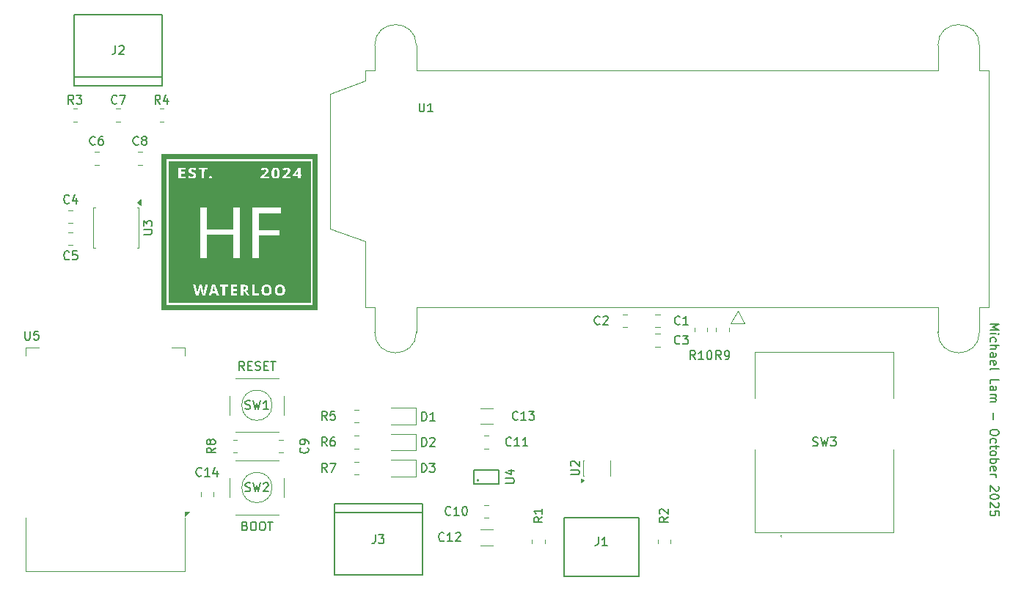
<source format=gbr>
%TF.GenerationSoftware,KiCad,Pcbnew,9.0.5*%
%TF.CreationDate,2025-10-16T17:25:57-04:00*%
%TF.ProjectId,phoenix_v2,70686f65-6e69-4785-9f76-322e6b696361,v3*%
%TF.SameCoordinates,Original*%
%TF.FileFunction,Legend,Top*%
%TF.FilePolarity,Positive*%
%FSLAX46Y46*%
G04 Gerber Fmt 4.6, Leading zero omitted, Abs format (unit mm)*
G04 Created by KiCad (PCBNEW 9.0.5) date 2025-10-16 17:25:57*
%MOMM*%
%LPD*%
G01*
G04 APERTURE LIST*
%ADD10C,0.200000*%
%ADD11C,0.150000*%
%ADD12C,0.120000*%
%ADD13C,0.000000*%
%ADD14C,0.127000*%
%ADD15C,0.100000*%
G04 APERTURE END LIST*
D10*
X194832780Y-104969673D02*
X195832780Y-104969673D01*
X195832780Y-104969673D02*
X195118495Y-105303006D01*
X195118495Y-105303006D02*
X195832780Y-105636339D01*
X195832780Y-105636339D02*
X194832780Y-105636339D01*
X194832780Y-106112530D02*
X195499447Y-106112530D01*
X195832780Y-106112530D02*
X195785161Y-106064911D01*
X195785161Y-106064911D02*
X195737542Y-106112530D01*
X195737542Y-106112530D02*
X195785161Y-106160149D01*
X195785161Y-106160149D02*
X195832780Y-106112530D01*
X195832780Y-106112530D02*
X195737542Y-106112530D01*
X194880400Y-107017291D02*
X194832780Y-106922053D01*
X194832780Y-106922053D02*
X194832780Y-106731577D01*
X194832780Y-106731577D02*
X194880400Y-106636339D01*
X194880400Y-106636339D02*
X194928019Y-106588720D01*
X194928019Y-106588720D02*
X195023257Y-106541101D01*
X195023257Y-106541101D02*
X195308971Y-106541101D01*
X195308971Y-106541101D02*
X195404209Y-106588720D01*
X195404209Y-106588720D02*
X195451828Y-106636339D01*
X195451828Y-106636339D02*
X195499447Y-106731577D01*
X195499447Y-106731577D02*
X195499447Y-106922053D01*
X195499447Y-106922053D02*
X195451828Y-107017291D01*
X194832780Y-107445863D02*
X195832780Y-107445863D01*
X194832780Y-107874434D02*
X195356590Y-107874434D01*
X195356590Y-107874434D02*
X195451828Y-107826815D01*
X195451828Y-107826815D02*
X195499447Y-107731577D01*
X195499447Y-107731577D02*
X195499447Y-107588720D01*
X195499447Y-107588720D02*
X195451828Y-107493482D01*
X195451828Y-107493482D02*
X195404209Y-107445863D01*
X194832780Y-108779196D02*
X195356590Y-108779196D01*
X195356590Y-108779196D02*
X195451828Y-108731577D01*
X195451828Y-108731577D02*
X195499447Y-108636339D01*
X195499447Y-108636339D02*
X195499447Y-108445863D01*
X195499447Y-108445863D02*
X195451828Y-108350625D01*
X194880400Y-108779196D02*
X194832780Y-108683958D01*
X194832780Y-108683958D02*
X194832780Y-108445863D01*
X194832780Y-108445863D02*
X194880400Y-108350625D01*
X194880400Y-108350625D02*
X194975638Y-108303006D01*
X194975638Y-108303006D02*
X195070876Y-108303006D01*
X195070876Y-108303006D02*
X195166114Y-108350625D01*
X195166114Y-108350625D02*
X195213733Y-108445863D01*
X195213733Y-108445863D02*
X195213733Y-108683958D01*
X195213733Y-108683958D02*
X195261352Y-108779196D01*
X194880400Y-109636339D02*
X194832780Y-109541101D01*
X194832780Y-109541101D02*
X194832780Y-109350625D01*
X194832780Y-109350625D02*
X194880400Y-109255387D01*
X194880400Y-109255387D02*
X194975638Y-109207768D01*
X194975638Y-109207768D02*
X195356590Y-109207768D01*
X195356590Y-109207768D02*
X195451828Y-109255387D01*
X195451828Y-109255387D02*
X195499447Y-109350625D01*
X195499447Y-109350625D02*
X195499447Y-109541101D01*
X195499447Y-109541101D02*
X195451828Y-109636339D01*
X195451828Y-109636339D02*
X195356590Y-109683958D01*
X195356590Y-109683958D02*
X195261352Y-109683958D01*
X195261352Y-109683958D02*
X195166114Y-109207768D01*
X194832780Y-110255387D02*
X194880400Y-110160149D01*
X194880400Y-110160149D02*
X194975638Y-110112530D01*
X194975638Y-110112530D02*
X195832780Y-110112530D01*
X194832780Y-111874435D02*
X194832780Y-111398245D01*
X194832780Y-111398245D02*
X195832780Y-111398245D01*
X194832780Y-112636340D02*
X195356590Y-112636340D01*
X195356590Y-112636340D02*
X195451828Y-112588721D01*
X195451828Y-112588721D02*
X195499447Y-112493483D01*
X195499447Y-112493483D02*
X195499447Y-112303007D01*
X195499447Y-112303007D02*
X195451828Y-112207769D01*
X194880400Y-112636340D02*
X194832780Y-112541102D01*
X194832780Y-112541102D02*
X194832780Y-112303007D01*
X194832780Y-112303007D02*
X194880400Y-112207769D01*
X194880400Y-112207769D02*
X194975638Y-112160150D01*
X194975638Y-112160150D02*
X195070876Y-112160150D01*
X195070876Y-112160150D02*
X195166114Y-112207769D01*
X195166114Y-112207769D02*
X195213733Y-112303007D01*
X195213733Y-112303007D02*
X195213733Y-112541102D01*
X195213733Y-112541102D02*
X195261352Y-112636340D01*
X194832780Y-113112531D02*
X195499447Y-113112531D01*
X195404209Y-113112531D02*
X195451828Y-113160150D01*
X195451828Y-113160150D02*
X195499447Y-113255388D01*
X195499447Y-113255388D02*
X195499447Y-113398245D01*
X195499447Y-113398245D02*
X195451828Y-113493483D01*
X195451828Y-113493483D02*
X195356590Y-113541102D01*
X195356590Y-113541102D02*
X194832780Y-113541102D01*
X195356590Y-113541102D02*
X195451828Y-113588721D01*
X195451828Y-113588721D02*
X195499447Y-113683959D01*
X195499447Y-113683959D02*
X195499447Y-113826816D01*
X195499447Y-113826816D02*
X195451828Y-113922055D01*
X195451828Y-113922055D02*
X195356590Y-113969674D01*
X195356590Y-113969674D02*
X194832780Y-113969674D01*
X195213733Y-115207769D02*
X195213733Y-115969674D01*
X195832780Y-117398245D02*
X195832780Y-117588721D01*
X195832780Y-117588721D02*
X195785161Y-117683959D01*
X195785161Y-117683959D02*
X195689923Y-117779197D01*
X195689923Y-117779197D02*
X195499447Y-117826816D01*
X195499447Y-117826816D02*
X195166114Y-117826816D01*
X195166114Y-117826816D02*
X194975638Y-117779197D01*
X194975638Y-117779197D02*
X194880400Y-117683959D01*
X194880400Y-117683959D02*
X194832780Y-117588721D01*
X194832780Y-117588721D02*
X194832780Y-117398245D01*
X194832780Y-117398245D02*
X194880400Y-117303007D01*
X194880400Y-117303007D02*
X194975638Y-117207769D01*
X194975638Y-117207769D02*
X195166114Y-117160150D01*
X195166114Y-117160150D02*
X195499447Y-117160150D01*
X195499447Y-117160150D02*
X195689923Y-117207769D01*
X195689923Y-117207769D02*
X195785161Y-117303007D01*
X195785161Y-117303007D02*
X195832780Y-117398245D01*
X194880400Y-118683959D02*
X194832780Y-118588721D01*
X194832780Y-118588721D02*
X194832780Y-118398245D01*
X194832780Y-118398245D02*
X194880400Y-118303007D01*
X194880400Y-118303007D02*
X194928019Y-118255388D01*
X194928019Y-118255388D02*
X195023257Y-118207769D01*
X195023257Y-118207769D02*
X195308971Y-118207769D01*
X195308971Y-118207769D02*
X195404209Y-118255388D01*
X195404209Y-118255388D02*
X195451828Y-118303007D01*
X195451828Y-118303007D02*
X195499447Y-118398245D01*
X195499447Y-118398245D02*
X195499447Y-118588721D01*
X195499447Y-118588721D02*
X195451828Y-118683959D01*
X195499447Y-118969674D02*
X195499447Y-119350626D01*
X195832780Y-119112531D02*
X194975638Y-119112531D01*
X194975638Y-119112531D02*
X194880400Y-119160150D01*
X194880400Y-119160150D02*
X194832780Y-119255388D01*
X194832780Y-119255388D02*
X194832780Y-119350626D01*
X194832780Y-119826817D02*
X194880400Y-119731579D01*
X194880400Y-119731579D02*
X194928019Y-119683960D01*
X194928019Y-119683960D02*
X195023257Y-119636341D01*
X195023257Y-119636341D02*
X195308971Y-119636341D01*
X195308971Y-119636341D02*
X195404209Y-119683960D01*
X195404209Y-119683960D02*
X195451828Y-119731579D01*
X195451828Y-119731579D02*
X195499447Y-119826817D01*
X195499447Y-119826817D02*
X195499447Y-119969674D01*
X195499447Y-119969674D02*
X195451828Y-120064912D01*
X195451828Y-120064912D02*
X195404209Y-120112531D01*
X195404209Y-120112531D02*
X195308971Y-120160150D01*
X195308971Y-120160150D02*
X195023257Y-120160150D01*
X195023257Y-120160150D02*
X194928019Y-120112531D01*
X194928019Y-120112531D02*
X194880400Y-120064912D01*
X194880400Y-120064912D02*
X194832780Y-119969674D01*
X194832780Y-119969674D02*
X194832780Y-119826817D01*
X194832780Y-120588722D02*
X195832780Y-120588722D01*
X195451828Y-120588722D02*
X195499447Y-120683960D01*
X195499447Y-120683960D02*
X195499447Y-120874436D01*
X195499447Y-120874436D02*
X195451828Y-120969674D01*
X195451828Y-120969674D02*
X195404209Y-121017293D01*
X195404209Y-121017293D02*
X195308971Y-121064912D01*
X195308971Y-121064912D02*
X195023257Y-121064912D01*
X195023257Y-121064912D02*
X194928019Y-121017293D01*
X194928019Y-121017293D02*
X194880400Y-120969674D01*
X194880400Y-120969674D02*
X194832780Y-120874436D01*
X194832780Y-120874436D02*
X194832780Y-120683960D01*
X194832780Y-120683960D02*
X194880400Y-120588722D01*
X194880400Y-121874436D02*
X194832780Y-121779198D01*
X194832780Y-121779198D02*
X194832780Y-121588722D01*
X194832780Y-121588722D02*
X194880400Y-121493484D01*
X194880400Y-121493484D02*
X194975638Y-121445865D01*
X194975638Y-121445865D02*
X195356590Y-121445865D01*
X195356590Y-121445865D02*
X195451828Y-121493484D01*
X195451828Y-121493484D02*
X195499447Y-121588722D01*
X195499447Y-121588722D02*
X195499447Y-121779198D01*
X195499447Y-121779198D02*
X195451828Y-121874436D01*
X195451828Y-121874436D02*
X195356590Y-121922055D01*
X195356590Y-121922055D02*
X195261352Y-121922055D01*
X195261352Y-121922055D02*
X195166114Y-121445865D01*
X194832780Y-122350627D02*
X195499447Y-122350627D01*
X195308971Y-122350627D02*
X195404209Y-122398246D01*
X195404209Y-122398246D02*
X195451828Y-122445865D01*
X195451828Y-122445865D02*
X195499447Y-122541103D01*
X195499447Y-122541103D02*
X195499447Y-122636341D01*
X195737542Y-123683961D02*
X195785161Y-123731580D01*
X195785161Y-123731580D02*
X195832780Y-123826818D01*
X195832780Y-123826818D02*
X195832780Y-124064913D01*
X195832780Y-124064913D02*
X195785161Y-124160151D01*
X195785161Y-124160151D02*
X195737542Y-124207770D01*
X195737542Y-124207770D02*
X195642304Y-124255389D01*
X195642304Y-124255389D02*
X195547066Y-124255389D01*
X195547066Y-124255389D02*
X195404209Y-124207770D01*
X195404209Y-124207770D02*
X194832780Y-123636342D01*
X194832780Y-123636342D02*
X194832780Y-124255389D01*
X195832780Y-124874437D02*
X195832780Y-124969675D01*
X195832780Y-124969675D02*
X195785161Y-125064913D01*
X195785161Y-125064913D02*
X195737542Y-125112532D01*
X195737542Y-125112532D02*
X195642304Y-125160151D01*
X195642304Y-125160151D02*
X195451828Y-125207770D01*
X195451828Y-125207770D02*
X195213733Y-125207770D01*
X195213733Y-125207770D02*
X195023257Y-125160151D01*
X195023257Y-125160151D02*
X194928019Y-125112532D01*
X194928019Y-125112532D02*
X194880400Y-125064913D01*
X194880400Y-125064913D02*
X194832780Y-124969675D01*
X194832780Y-124969675D02*
X194832780Y-124874437D01*
X194832780Y-124874437D02*
X194880400Y-124779199D01*
X194880400Y-124779199D02*
X194928019Y-124731580D01*
X194928019Y-124731580D02*
X195023257Y-124683961D01*
X195023257Y-124683961D02*
X195213733Y-124636342D01*
X195213733Y-124636342D02*
X195451828Y-124636342D01*
X195451828Y-124636342D02*
X195642304Y-124683961D01*
X195642304Y-124683961D02*
X195737542Y-124731580D01*
X195737542Y-124731580D02*
X195785161Y-124779199D01*
X195785161Y-124779199D02*
X195832780Y-124874437D01*
X195737542Y-125588723D02*
X195785161Y-125636342D01*
X195785161Y-125636342D02*
X195832780Y-125731580D01*
X195832780Y-125731580D02*
X195832780Y-125969675D01*
X195832780Y-125969675D02*
X195785161Y-126064913D01*
X195785161Y-126064913D02*
X195737542Y-126112532D01*
X195737542Y-126112532D02*
X195642304Y-126160151D01*
X195642304Y-126160151D02*
X195547066Y-126160151D01*
X195547066Y-126160151D02*
X195404209Y-126112532D01*
X195404209Y-126112532D02*
X194832780Y-125541104D01*
X194832780Y-125541104D02*
X194832780Y-126160151D01*
X195832780Y-127064913D02*
X195832780Y-126588723D01*
X195832780Y-126588723D02*
X195356590Y-126541104D01*
X195356590Y-126541104D02*
X195404209Y-126588723D01*
X195404209Y-126588723D02*
X195451828Y-126683961D01*
X195451828Y-126683961D02*
X195451828Y-126922056D01*
X195451828Y-126922056D02*
X195404209Y-127017294D01*
X195404209Y-127017294D02*
X195356590Y-127064913D01*
X195356590Y-127064913D02*
X195261352Y-127112532D01*
X195261352Y-127112532D02*
X195023257Y-127112532D01*
X195023257Y-127112532D02*
X194928019Y-127064913D01*
X194928019Y-127064913D02*
X194880400Y-127017294D01*
X194880400Y-127017294D02*
X194832780Y-126922056D01*
X194832780Y-126922056D02*
X194832780Y-126683961D01*
X194832780Y-126683961D02*
X194880400Y-126588723D01*
X194880400Y-126588723D02*
X194928019Y-126541104D01*
D11*
X96533333Y-84209580D02*
X96485714Y-84257200D01*
X96485714Y-84257200D02*
X96342857Y-84304819D01*
X96342857Y-84304819D02*
X96247619Y-84304819D01*
X96247619Y-84304819D02*
X96104762Y-84257200D01*
X96104762Y-84257200D02*
X96009524Y-84161961D01*
X96009524Y-84161961D02*
X95961905Y-84066723D01*
X95961905Y-84066723D02*
X95914286Y-83876247D01*
X95914286Y-83876247D02*
X95914286Y-83733390D01*
X95914286Y-83733390D02*
X95961905Y-83542914D01*
X95961905Y-83542914D02*
X96009524Y-83447676D01*
X96009524Y-83447676D02*
X96104762Y-83352438D01*
X96104762Y-83352438D02*
X96247619Y-83304819D01*
X96247619Y-83304819D02*
X96342857Y-83304819D01*
X96342857Y-83304819D02*
X96485714Y-83352438D01*
X96485714Y-83352438D02*
X96533333Y-83400057D01*
X97104762Y-83733390D02*
X97009524Y-83685771D01*
X97009524Y-83685771D02*
X96961905Y-83638152D01*
X96961905Y-83638152D02*
X96914286Y-83542914D01*
X96914286Y-83542914D02*
X96914286Y-83495295D01*
X96914286Y-83495295D02*
X96961905Y-83400057D01*
X96961905Y-83400057D02*
X97009524Y-83352438D01*
X97009524Y-83352438D02*
X97104762Y-83304819D01*
X97104762Y-83304819D02*
X97295238Y-83304819D01*
X97295238Y-83304819D02*
X97390476Y-83352438D01*
X97390476Y-83352438D02*
X97438095Y-83400057D01*
X97438095Y-83400057D02*
X97485714Y-83495295D01*
X97485714Y-83495295D02*
X97485714Y-83542914D01*
X97485714Y-83542914D02*
X97438095Y-83638152D01*
X97438095Y-83638152D02*
X97390476Y-83685771D01*
X97390476Y-83685771D02*
X97295238Y-83733390D01*
X97295238Y-83733390D02*
X97104762Y-83733390D01*
X97104762Y-83733390D02*
X97009524Y-83781009D01*
X97009524Y-83781009D02*
X96961905Y-83828628D01*
X96961905Y-83828628D02*
X96914286Y-83923866D01*
X96914286Y-83923866D02*
X96914286Y-84114342D01*
X96914286Y-84114342D02*
X96961905Y-84209580D01*
X96961905Y-84209580D02*
X97009524Y-84257200D01*
X97009524Y-84257200D02*
X97104762Y-84304819D01*
X97104762Y-84304819D02*
X97295238Y-84304819D01*
X97295238Y-84304819D02*
X97390476Y-84257200D01*
X97390476Y-84257200D02*
X97438095Y-84209580D01*
X97438095Y-84209580D02*
X97485714Y-84114342D01*
X97485714Y-84114342D02*
X97485714Y-83923866D01*
X97485714Y-83923866D02*
X97438095Y-83828628D01*
X97438095Y-83828628D02*
X97390476Y-83781009D01*
X97390476Y-83781009D02*
X97295238Y-83733390D01*
X159033333Y-107209580D02*
X158985714Y-107257200D01*
X158985714Y-107257200D02*
X158842857Y-107304819D01*
X158842857Y-107304819D02*
X158747619Y-107304819D01*
X158747619Y-107304819D02*
X158604762Y-107257200D01*
X158604762Y-107257200D02*
X158509524Y-107161961D01*
X158509524Y-107161961D02*
X158461905Y-107066723D01*
X158461905Y-107066723D02*
X158414286Y-106876247D01*
X158414286Y-106876247D02*
X158414286Y-106733390D01*
X158414286Y-106733390D02*
X158461905Y-106542914D01*
X158461905Y-106542914D02*
X158509524Y-106447676D01*
X158509524Y-106447676D02*
X158604762Y-106352438D01*
X158604762Y-106352438D02*
X158747619Y-106304819D01*
X158747619Y-106304819D02*
X158842857Y-106304819D01*
X158842857Y-106304819D02*
X158985714Y-106352438D01*
X158985714Y-106352438D02*
X159033333Y-106400057D01*
X159366667Y-106304819D02*
X159985714Y-106304819D01*
X159985714Y-106304819D02*
X159652381Y-106685771D01*
X159652381Y-106685771D02*
X159795238Y-106685771D01*
X159795238Y-106685771D02*
X159890476Y-106733390D01*
X159890476Y-106733390D02*
X159938095Y-106781009D01*
X159938095Y-106781009D02*
X159985714Y-106876247D01*
X159985714Y-106876247D02*
X159985714Y-107114342D01*
X159985714Y-107114342D02*
X159938095Y-107209580D01*
X159938095Y-107209580D02*
X159890476Y-107257200D01*
X159890476Y-107257200D02*
X159795238Y-107304819D01*
X159795238Y-107304819D02*
X159509524Y-107304819D01*
X159509524Y-107304819D02*
X159414286Y-107257200D01*
X159414286Y-107257200D02*
X159366667Y-107209580D01*
X118283333Y-116054819D02*
X117950000Y-115578628D01*
X117711905Y-116054819D02*
X117711905Y-115054819D01*
X117711905Y-115054819D02*
X118092857Y-115054819D01*
X118092857Y-115054819D02*
X118188095Y-115102438D01*
X118188095Y-115102438D02*
X118235714Y-115150057D01*
X118235714Y-115150057D02*
X118283333Y-115245295D01*
X118283333Y-115245295D02*
X118283333Y-115388152D01*
X118283333Y-115388152D02*
X118235714Y-115483390D01*
X118235714Y-115483390D02*
X118188095Y-115531009D01*
X118188095Y-115531009D02*
X118092857Y-115578628D01*
X118092857Y-115578628D02*
X117711905Y-115578628D01*
X119188095Y-115054819D02*
X118711905Y-115054819D01*
X118711905Y-115054819D02*
X118664286Y-115531009D01*
X118664286Y-115531009D02*
X118711905Y-115483390D01*
X118711905Y-115483390D02*
X118807143Y-115435771D01*
X118807143Y-115435771D02*
X119045238Y-115435771D01*
X119045238Y-115435771D02*
X119140476Y-115483390D01*
X119140476Y-115483390D02*
X119188095Y-115531009D01*
X119188095Y-115531009D02*
X119235714Y-115626247D01*
X119235714Y-115626247D02*
X119235714Y-115864342D01*
X119235714Y-115864342D02*
X119188095Y-115959580D01*
X119188095Y-115959580D02*
X119140476Y-116007200D01*
X119140476Y-116007200D02*
X119045238Y-116054819D01*
X119045238Y-116054819D02*
X118807143Y-116054819D01*
X118807143Y-116054819D02*
X118711905Y-116007200D01*
X118711905Y-116007200D02*
X118664286Y-115959580D01*
X131807142Y-129959580D02*
X131759523Y-130007200D01*
X131759523Y-130007200D02*
X131616666Y-130054819D01*
X131616666Y-130054819D02*
X131521428Y-130054819D01*
X131521428Y-130054819D02*
X131378571Y-130007200D01*
X131378571Y-130007200D02*
X131283333Y-129911961D01*
X131283333Y-129911961D02*
X131235714Y-129816723D01*
X131235714Y-129816723D02*
X131188095Y-129626247D01*
X131188095Y-129626247D02*
X131188095Y-129483390D01*
X131188095Y-129483390D02*
X131235714Y-129292914D01*
X131235714Y-129292914D02*
X131283333Y-129197676D01*
X131283333Y-129197676D02*
X131378571Y-129102438D01*
X131378571Y-129102438D02*
X131521428Y-129054819D01*
X131521428Y-129054819D02*
X131616666Y-129054819D01*
X131616666Y-129054819D02*
X131759523Y-129102438D01*
X131759523Y-129102438D02*
X131807142Y-129150057D01*
X132759523Y-130054819D02*
X132188095Y-130054819D01*
X132473809Y-130054819D02*
X132473809Y-129054819D01*
X132473809Y-129054819D02*
X132378571Y-129197676D01*
X132378571Y-129197676D02*
X132283333Y-129292914D01*
X132283333Y-129292914D02*
X132188095Y-129340533D01*
X133140476Y-129150057D02*
X133188095Y-129102438D01*
X133188095Y-129102438D02*
X133283333Y-129054819D01*
X133283333Y-129054819D02*
X133521428Y-129054819D01*
X133521428Y-129054819D02*
X133616666Y-129102438D01*
X133616666Y-129102438D02*
X133664285Y-129150057D01*
X133664285Y-129150057D02*
X133711904Y-129245295D01*
X133711904Y-129245295D02*
X133711904Y-129340533D01*
X133711904Y-129340533D02*
X133664285Y-129483390D01*
X133664285Y-129483390D02*
X133092857Y-130054819D01*
X133092857Y-130054819D02*
X133711904Y-130054819D01*
X108866667Y-124257200D02*
X109009524Y-124304819D01*
X109009524Y-124304819D02*
X109247619Y-124304819D01*
X109247619Y-124304819D02*
X109342857Y-124257200D01*
X109342857Y-124257200D02*
X109390476Y-124209580D01*
X109390476Y-124209580D02*
X109438095Y-124114342D01*
X109438095Y-124114342D02*
X109438095Y-124019104D01*
X109438095Y-124019104D02*
X109390476Y-123923866D01*
X109390476Y-123923866D02*
X109342857Y-123876247D01*
X109342857Y-123876247D02*
X109247619Y-123828628D01*
X109247619Y-123828628D02*
X109057143Y-123781009D01*
X109057143Y-123781009D02*
X108961905Y-123733390D01*
X108961905Y-123733390D02*
X108914286Y-123685771D01*
X108914286Y-123685771D02*
X108866667Y-123590533D01*
X108866667Y-123590533D02*
X108866667Y-123495295D01*
X108866667Y-123495295D02*
X108914286Y-123400057D01*
X108914286Y-123400057D02*
X108961905Y-123352438D01*
X108961905Y-123352438D02*
X109057143Y-123304819D01*
X109057143Y-123304819D02*
X109295238Y-123304819D01*
X109295238Y-123304819D02*
X109438095Y-123352438D01*
X109771429Y-123304819D02*
X110009524Y-124304819D01*
X110009524Y-124304819D02*
X110200000Y-123590533D01*
X110200000Y-123590533D02*
X110390476Y-124304819D01*
X110390476Y-124304819D02*
X110628572Y-123304819D01*
X110961905Y-123400057D02*
X111009524Y-123352438D01*
X111009524Y-123352438D02*
X111104762Y-123304819D01*
X111104762Y-123304819D02*
X111342857Y-123304819D01*
X111342857Y-123304819D02*
X111438095Y-123352438D01*
X111438095Y-123352438D02*
X111485714Y-123400057D01*
X111485714Y-123400057D02*
X111533333Y-123495295D01*
X111533333Y-123495295D02*
X111533333Y-123590533D01*
X111533333Y-123590533D02*
X111485714Y-123733390D01*
X111485714Y-123733390D02*
X110914286Y-124304819D01*
X110914286Y-124304819D02*
X111533333Y-124304819D01*
D10*
X108842857Y-128278409D02*
X108985714Y-128326028D01*
X108985714Y-128326028D02*
X109033333Y-128373647D01*
X109033333Y-128373647D02*
X109080952Y-128468885D01*
X109080952Y-128468885D02*
X109080952Y-128611742D01*
X109080952Y-128611742D02*
X109033333Y-128706980D01*
X109033333Y-128706980D02*
X108985714Y-128754600D01*
X108985714Y-128754600D02*
X108890476Y-128802219D01*
X108890476Y-128802219D02*
X108509524Y-128802219D01*
X108509524Y-128802219D02*
X108509524Y-127802219D01*
X108509524Y-127802219D02*
X108842857Y-127802219D01*
X108842857Y-127802219D02*
X108938095Y-127849838D01*
X108938095Y-127849838D02*
X108985714Y-127897457D01*
X108985714Y-127897457D02*
X109033333Y-127992695D01*
X109033333Y-127992695D02*
X109033333Y-128087933D01*
X109033333Y-128087933D02*
X108985714Y-128183171D01*
X108985714Y-128183171D02*
X108938095Y-128230790D01*
X108938095Y-128230790D02*
X108842857Y-128278409D01*
X108842857Y-128278409D02*
X108509524Y-128278409D01*
X109700000Y-127802219D02*
X109890476Y-127802219D01*
X109890476Y-127802219D02*
X109985714Y-127849838D01*
X109985714Y-127849838D02*
X110080952Y-127945076D01*
X110080952Y-127945076D02*
X110128571Y-128135552D01*
X110128571Y-128135552D02*
X110128571Y-128468885D01*
X110128571Y-128468885D02*
X110080952Y-128659361D01*
X110080952Y-128659361D02*
X109985714Y-128754600D01*
X109985714Y-128754600D02*
X109890476Y-128802219D01*
X109890476Y-128802219D02*
X109700000Y-128802219D01*
X109700000Y-128802219D02*
X109604762Y-128754600D01*
X109604762Y-128754600D02*
X109509524Y-128659361D01*
X109509524Y-128659361D02*
X109461905Y-128468885D01*
X109461905Y-128468885D02*
X109461905Y-128135552D01*
X109461905Y-128135552D02*
X109509524Y-127945076D01*
X109509524Y-127945076D02*
X109604762Y-127849838D01*
X109604762Y-127849838D02*
X109700000Y-127802219D01*
X110747619Y-127802219D02*
X110938095Y-127802219D01*
X110938095Y-127802219D02*
X111033333Y-127849838D01*
X111033333Y-127849838D02*
X111128571Y-127945076D01*
X111128571Y-127945076D02*
X111176190Y-128135552D01*
X111176190Y-128135552D02*
X111176190Y-128468885D01*
X111176190Y-128468885D02*
X111128571Y-128659361D01*
X111128571Y-128659361D02*
X111033333Y-128754600D01*
X111033333Y-128754600D02*
X110938095Y-128802219D01*
X110938095Y-128802219D02*
X110747619Y-128802219D01*
X110747619Y-128802219D02*
X110652381Y-128754600D01*
X110652381Y-128754600D02*
X110557143Y-128659361D01*
X110557143Y-128659361D02*
X110509524Y-128468885D01*
X110509524Y-128468885D02*
X110509524Y-128135552D01*
X110509524Y-128135552D02*
X110557143Y-127945076D01*
X110557143Y-127945076D02*
X110652381Y-127849838D01*
X110652381Y-127849838D02*
X110747619Y-127802219D01*
X111461905Y-127802219D02*
X112033333Y-127802219D01*
X111747619Y-128802219D02*
X111747619Y-127802219D01*
D11*
X93865987Y-72803724D02*
X93865987Y-73519466D01*
X93865987Y-73519466D02*
X93818271Y-73662614D01*
X93818271Y-73662614D02*
X93722839Y-73758047D01*
X93722839Y-73758047D02*
X93579690Y-73805763D01*
X93579690Y-73805763D02*
X93484258Y-73805763D01*
X94295432Y-72899156D02*
X94343148Y-72851440D01*
X94343148Y-72851440D02*
X94438581Y-72803724D01*
X94438581Y-72803724D02*
X94677161Y-72803724D01*
X94677161Y-72803724D02*
X94772594Y-72851440D01*
X94772594Y-72851440D02*
X94820310Y-72899156D01*
X94820310Y-72899156D02*
X94868026Y-72994588D01*
X94868026Y-72994588D02*
X94868026Y-73090021D01*
X94868026Y-73090021D02*
X94820310Y-73233169D01*
X94820310Y-73233169D02*
X94247716Y-73805763D01*
X94247716Y-73805763D02*
X94868026Y-73805763D01*
X116059580Y-119266666D02*
X116107200Y-119314285D01*
X116107200Y-119314285D02*
X116154819Y-119457142D01*
X116154819Y-119457142D02*
X116154819Y-119552380D01*
X116154819Y-119552380D02*
X116107200Y-119695237D01*
X116107200Y-119695237D02*
X116011961Y-119790475D01*
X116011961Y-119790475D02*
X115916723Y-119838094D01*
X115916723Y-119838094D02*
X115726247Y-119885713D01*
X115726247Y-119885713D02*
X115583390Y-119885713D01*
X115583390Y-119885713D02*
X115392914Y-119838094D01*
X115392914Y-119838094D02*
X115297676Y-119790475D01*
X115297676Y-119790475D02*
X115202438Y-119695237D01*
X115202438Y-119695237D02*
X115154819Y-119552380D01*
X115154819Y-119552380D02*
X115154819Y-119457142D01*
X115154819Y-119457142D02*
X115202438Y-119314285D01*
X115202438Y-119314285D02*
X115250057Y-119266666D01*
X116154819Y-118790475D02*
X116154819Y-118599999D01*
X116154819Y-118599999D02*
X116107200Y-118504761D01*
X116107200Y-118504761D02*
X116059580Y-118457142D01*
X116059580Y-118457142D02*
X115916723Y-118361904D01*
X115916723Y-118361904D02*
X115726247Y-118314285D01*
X115726247Y-118314285D02*
X115345295Y-118314285D01*
X115345295Y-118314285D02*
X115250057Y-118361904D01*
X115250057Y-118361904D02*
X115202438Y-118409523D01*
X115202438Y-118409523D02*
X115154819Y-118504761D01*
X115154819Y-118504761D02*
X115154819Y-118695237D01*
X115154819Y-118695237D02*
X115202438Y-118790475D01*
X115202438Y-118790475D02*
X115250057Y-118838094D01*
X115250057Y-118838094D02*
X115345295Y-118885713D01*
X115345295Y-118885713D02*
X115583390Y-118885713D01*
X115583390Y-118885713D02*
X115678628Y-118838094D01*
X115678628Y-118838094D02*
X115726247Y-118790475D01*
X115726247Y-118790475D02*
X115773866Y-118695237D01*
X115773866Y-118695237D02*
X115773866Y-118504761D01*
X115773866Y-118504761D02*
X115726247Y-118409523D01*
X115726247Y-118409523D02*
X115678628Y-118361904D01*
X115678628Y-118361904D02*
X115583390Y-118314285D01*
X88533333Y-97459580D02*
X88485714Y-97507200D01*
X88485714Y-97507200D02*
X88342857Y-97554819D01*
X88342857Y-97554819D02*
X88247619Y-97554819D01*
X88247619Y-97554819D02*
X88104762Y-97507200D01*
X88104762Y-97507200D02*
X88009524Y-97411961D01*
X88009524Y-97411961D02*
X87961905Y-97316723D01*
X87961905Y-97316723D02*
X87914286Y-97126247D01*
X87914286Y-97126247D02*
X87914286Y-96983390D01*
X87914286Y-96983390D02*
X87961905Y-96792914D01*
X87961905Y-96792914D02*
X88009524Y-96697676D01*
X88009524Y-96697676D02*
X88104762Y-96602438D01*
X88104762Y-96602438D02*
X88247619Y-96554819D01*
X88247619Y-96554819D02*
X88342857Y-96554819D01*
X88342857Y-96554819D02*
X88485714Y-96602438D01*
X88485714Y-96602438D02*
X88533333Y-96650057D01*
X89438095Y-96554819D02*
X88961905Y-96554819D01*
X88961905Y-96554819D02*
X88914286Y-97031009D01*
X88914286Y-97031009D02*
X88961905Y-96983390D01*
X88961905Y-96983390D02*
X89057143Y-96935771D01*
X89057143Y-96935771D02*
X89295238Y-96935771D01*
X89295238Y-96935771D02*
X89390476Y-96983390D01*
X89390476Y-96983390D02*
X89438095Y-97031009D01*
X89438095Y-97031009D02*
X89485714Y-97126247D01*
X89485714Y-97126247D02*
X89485714Y-97364342D01*
X89485714Y-97364342D02*
X89438095Y-97459580D01*
X89438095Y-97459580D02*
X89390476Y-97507200D01*
X89390476Y-97507200D02*
X89295238Y-97554819D01*
X89295238Y-97554819D02*
X89057143Y-97554819D01*
X89057143Y-97554819D02*
X88961905Y-97507200D01*
X88961905Y-97507200D02*
X88914286Y-97459580D01*
X89033333Y-79554819D02*
X88700000Y-79078628D01*
X88461905Y-79554819D02*
X88461905Y-78554819D01*
X88461905Y-78554819D02*
X88842857Y-78554819D01*
X88842857Y-78554819D02*
X88938095Y-78602438D01*
X88938095Y-78602438D02*
X88985714Y-78650057D01*
X88985714Y-78650057D02*
X89033333Y-78745295D01*
X89033333Y-78745295D02*
X89033333Y-78888152D01*
X89033333Y-78888152D02*
X88985714Y-78983390D01*
X88985714Y-78983390D02*
X88938095Y-79031009D01*
X88938095Y-79031009D02*
X88842857Y-79078628D01*
X88842857Y-79078628D02*
X88461905Y-79078628D01*
X89366667Y-78554819D02*
X89985714Y-78554819D01*
X89985714Y-78554819D02*
X89652381Y-78935771D01*
X89652381Y-78935771D02*
X89795238Y-78935771D01*
X89795238Y-78935771D02*
X89890476Y-78983390D01*
X89890476Y-78983390D02*
X89938095Y-79031009D01*
X89938095Y-79031009D02*
X89985714Y-79126247D01*
X89985714Y-79126247D02*
X89985714Y-79364342D01*
X89985714Y-79364342D02*
X89938095Y-79459580D01*
X89938095Y-79459580D02*
X89890476Y-79507200D01*
X89890476Y-79507200D02*
X89795238Y-79554819D01*
X89795238Y-79554819D02*
X89509524Y-79554819D01*
X89509524Y-79554819D02*
X89414286Y-79507200D01*
X89414286Y-79507200D02*
X89366667Y-79459580D01*
X88533333Y-90959580D02*
X88485714Y-91007200D01*
X88485714Y-91007200D02*
X88342857Y-91054819D01*
X88342857Y-91054819D02*
X88247619Y-91054819D01*
X88247619Y-91054819D02*
X88104762Y-91007200D01*
X88104762Y-91007200D02*
X88009524Y-90911961D01*
X88009524Y-90911961D02*
X87961905Y-90816723D01*
X87961905Y-90816723D02*
X87914286Y-90626247D01*
X87914286Y-90626247D02*
X87914286Y-90483390D01*
X87914286Y-90483390D02*
X87961905Y-90292914D01*
X87961905Y-90292914D02*
X88009524Y-90197676D01*
X88009524Y-90197676D02*
X88104762Y-90102438D01*
X88104762Y-90102438D02*
X88247619Y-90054819D01*
X88247619Y-90054819D02*
X88342857Y-90054819D01*
X88342857Y-90054819D02*
X88485714Y-90102438D01*
X88485714Y-90102438D02*
X88533333Y-90150057D01*
X89390476Y-90388152D02*
X89390476Y-91054819D01*
X89152381Y-90007200D02*
X88914286Y-90721485D01*
X88914286Y-90721485D02*
X89533333Y-90721485D01*
X83438095Y-105804819D02*
X83438095Y-106614342D01*
X83438095Y-106614342D02*
X83485714Y-106709580D01*
X83485714Y-106709580D02*
X83533333Y-106757200D01*
X83533333Y-106757200D02*
X83628571Y-106804819D01*
X83628571Y-106804819D02*
X83819047Y-106804819D01*
X83819047Y-106804819D02*
X83914285Y-106757200D01*
X83914285Y-106757200D02*
X83961904Y-106709580D01*
X83961904Y-106709580D02*
X84009523Y-106614342D01*
X84009523Y-106614342D02*
X84009523Y-105804819D01*
X84961904Y-105804819D02*
X84485714Y-105804819D01*
X84485714Y-105804819D02*
X84438095Y-106281009D01*
X84438095Y-106281009D02*
X84485714Y-106233390D01*
X84485714Y-106233390D02*
X84580952Y-106185771D01*
X84580952Y-106185771D02*
X84819047Y-106185771D01*
X84819047Y-106185771D02*
X84914285Y-106233390D01*
X84914285Y-106233390D02*
X84961904Y-106281009D01*
X84961904Y-106281009D02*
X85009523Y-106376247D01*
X85009523Y-106376247D02*
X85009523Y-106614342D01*
X85009523Y-106614342D02*
X84961904Y-106709580D01*
X84961904Y-106709580D02*
X84914285Y-106757200D01*
X84914285Y-106757200D02*
X84819047Y-106804819D01*
X84819047Y-106804819D02*
X84580952Y-106804819D01*
X84580952Y-106804819D02*
X84485714Y-106757200D01*
X84485714Y-106757200D02*
X84438095Y-106709580D01*
X123865987Y-129303724D02*
X123865987Y-130019466D01*
X123865987Y-130019466D02*
X123818271Y-130162614D01*
X123818271Y-130162614D02*
X123722839Y-130258047D01*
X123722839Y-130258047D02*
X123579690Y-130305763D01*
X123579690Y-130305763D02*
X123484258Y-130305763D01*
X124247716Y-129303724D02*
X124868026Y-129303724D01*
X124868026Y-129303724D02*
X124534013Y-129685453D01*
X124534013Y-129685453D02*
X124677161Y-129685453D01*
X124677161Y-129685453D02*
X124772594Y-129733169D01*
X124772594Y-129733169D02*
X124820310Y-129780885D01*
X124820310Y-129780885D02*
X124868026Y-129876317D01*
X124868026Y-129876317D02*
X124868026Y-130114898D01*
X124868026Y-130114898D02*
X124820310Y-130210330D01*
X124820310Y-130210330D02*
X124772594Y-130258047D01*
X124772594Y-130258047D02*
X124677161Y-130305763D01*
X124677161Y-130305763D02*
X124390864Y-130305763D01*
X124390864Y-130305763D02*
X124295432Y-130258047D01*
X124295432Y-130258047D02*
X124247716Y-130210330D01*
X149616666Y-129554819D02*
X149616666Y-130269104D01*
X149616666Y-130269104D02*
X149569047Y-130411961D01*
X149569047Y-130411961D02*
X149473809Y-130507200D01*
X149473809Y-130507200D02*
X149330952Y-130554819D01*
X149330952Y-130554819D02*
X149235714Y-130554819D01*
X150616666Y-130554819D02*
X150045238Y-130554819D01*
X150330952Y-130554819D02*
X150330952Y-129554819D01*
X150330952Y-129554819D02*
X150235714Y-129697676D01*
X150235714Y-129697676D02*
X150140476Y-129792914D01*
X150140476Y-129792914D02*
X150045238Y-129840533D01*
X105404819Y-119266666D02*
X104928628Y-119599999D01*
X105404819Y-119838094D02*
X104404819Y-119838094D01*
X104404819Y-119838094D02*
X104404819Y-119457142D01*
X104404819Y-119457142D02*
X104452438Y-119361904D01*
X104452438Y-119361904D02*
X104500057Y-119314285D01*
X104500057Y-119314285D02*
X104595295Y-119266666D01*
X104595295Y-119266666D02*
X104738152Y-119266666D01*
X104738152Y-119266666D02*
X104833390Y-119314285D01*
X104833390Y-119314285D02*
X104881009Y-119361904D01*
X104881009Y-119361904D02*
X104928628Y-119457142D01*
X104928628Y-119457142D02*
X104928628Y-119838094D01*
X104833390Y-118695237D02*
X104785771Y-118790475D01*
X104785771Y-118790475D02*
X104738152Y-118838094D01*
X104738152Y-118838094D02*
X104642914Y-118885713D01*
X104642914Y-118885713D02*
X104595295Y-118885713D01*
X104595295Y-118885713D02*
X104500057Y-118838094D01*
X104500057Y-118838094D02*
X104452438Y-118790475D01*
X104452438Y-118790475D02*
X104404819Y-118695237D01*
X104404819Y-118695237D02*
X104404819Y-118504761D01*
X104404819Y-118504761D02*
X104452438Y-118409523D01*
X104452438Y-118409523D02*
X104500057Y-118361904D01*
X104500057Y-118361904D02*
X104595295Y-118314285D01*
X104595295Y-118314285D02*
X104642914Y-118314285D01*
X104642914Y-118314285D02*
X104738152Y-118361904D01*
X104738152Y-118361904D02*
X104785771Y-118409523D01*
X104785771Y-118409523D02*
X104833390Y-118504761D01*
X104833390Y-118504761D02*
X104833390Y-118695237D01*
X104833390Y-118695237D02*
X104881009Y-118790475D01*
X104881009Y-118790475D02*
X104928628Y-118838094D01*
X104928628Y-118838094D02*
X105023866Y-118885713D01*
X105023866Y-118885713D02*
X105214342Y-118885713D01*
X105214342Y-118885713D02*
X105309580Y-118838094D01*
X105309580Y-118838094D02*
X105357200Y-118790475D01*
X105357200Y-118790475D02*
X105404819Y-118695237D01*
X105404819Y-118695237D02*
X105404819Y-118504761D01*
X105404819Y-118504761D02*
X105357200Y-118409523D01*
X105357200Y-118409523D02*
X105309580Y-118361904D01*
X105309580Y-118361904D02*
X105214342Y-118314285D01*
X105214342Y-118314285D02*
X105023866Y-118314285D01*
X105023866Y-118314285D02*
X104928628Y-118361904D01*
X104928628Y-118361904D02*
X104881009Y-118409523D01*
X104881009Y-118409523D02*
X104833390Y-118504761D01*
X91533333Y-84209580D02*
X91485714Y-84257200D01*
X91485714Y-84257200D02*
X91342857Y-84304819D01*
X91342857Y-84304819D02*
X91247619Y-84304819D01*
X91247619Y-84304819D02*
X91104762Y-84257200D01*
X91104762Y-84257200D02*
X91009524Y-84161961D01*
X91009524Y-84161961D02*
X90961905Y-84066723D01*
X90961905Y-84066723D02*
X90914286Y-83876247D01*
X90914286Y-83876247D02*
X90914286Y-83733390D01*
X90914286Y-83733390D02*
X90961905Y-83542914D01*
X90961905Y-83542914D02*
X91009524Y-83447676D01*
X91009524Y-83447676D02*
X91104762Y-83352438D01*
X91104762Y-83352438D02*
X91247619Y-83304819D01*
X91247619Y-83304819D02*
X91342857Y-83304819D01*
X91342857Y-83304819D02*
X91485714Y-83352438D01*
X91485714Y-83352438D02*
X91533333Y-83400057D01*
X92390476Y-83304819D02*
X92200000Y-83304819D01*
X92200000Y-83304819D02*
X92104762Y-83352438D01*
X92104762Y-83352438D02*
X92057143Y-83400057D01*
X92057143Y-83400057D02*
X91961905Y-83542914D01*
X91961905Y-83542914D02*
X91914286Y-83733390D01*
X91914286Y-83733390D02*
X91914286Y-84114342D01*
X91914286Y-84114342D02*
X91961905Y-84209580D01*
X91961905Y-84209580D02*
X92009524Y-84257200D01*
X92009524Y-84257200D02*
X92104762Y-84304819D01*
X92104762Y-84304819D02*
X92295238Y-84304819D01*
X92295238Y-84304819D02*
X92390476Y-84257200D01*
X92390476Y-84257200D02*
X92438095Y-84209580D01*
X92438095Y-84209580D02*
X92485714Y-84114342D01*
X92485714Y-84114342D02*
X92485714Y-83876247D01*
X92485714Y-83876247D02*
X92438095Y-83781009D01*
X92438095Y-83781009D02*
X92390476Y-83733390D01*
X92390476Y-83733390D02*
X92295238Y-83685771D01*
X92295238Y-83685771D02*
X92104762Y-83685771D01*
X92104762Y-83685771D02*
X92009524Y-83733390D01*
X92009524Y-83733390D02*
X91961905Y-83781009D01*
X91961905Y-83781009D02*
X91914286Y-83876247D01*
X143154819Y-127266666D02*
X142678628Y-127599999D01*
X143154819Y-127838094D02*
X142154819Y-127838094D01*
X142154819Y-127838094D02*
X142154819Y-127457142D01*
X142154819Y-127457142D02*
X142202438Y-127361904D01*
X142202438Y-127361904D02*
X142250057Y-127314285D01*
X142250057Y-127314285D02*
X142345295Y-127266666D01*
X142345295Y-127266666D02*
X142488152Y-127266666D01*
X142488152Y-127266666D02*
X142583390Y-127314285D01*
X142583390Y-127314285D02*
X142631009Y-127361904D01*
X142631009Y-127361904D02*
X142678628Y-127457142D01*
X142678628Y-127457142D02*
X142678628Y-127838094D01*
X143154819Y-126314285D02*
X143154819Y-126885713D01*
X143154819Y-126599999D02*
X142154819Y-126599999D01*
X142154819Y-126599999D02*
X142297676Y-126695237D01*
X142297676Y-126695237D02*
X142392914Y-126790475D01*
X142392914Y-126790475D02*
X142440533Y-126885713D01*
X157654819Y-127266666D02*
X157178628Y-127599999D01*
X157654819Y-127838094D02*
X156654819Y-127838094D01*
X156654819Y-127838094D02*
X156654819Y-127457142D01*
X156654819Y-127457142D02*
X156702438Y-127361904D01*
X156702438Y-127361904D02*
X156750057Y-127314285D01*
X156750057Y-127314285D02*
X156845295Y-127266666D01*
X156845295Y-127266666D02*
X156988152Y-127266666D01*
X156988152Y-127266666D02*
X157083390Y-127314285D01*
X157083390Y-127314285D02*
X157131009Y-127361904D01*
X157131009Y-127361904D02*
X157178628Y-127457142D01*
X157178628Y-127457142D02*
X157178628Y-127838094D01*
X156750057Y-126885713D02*
X156702438Y-126838094D01*
X156702438Y-126838094D02*
X156654819Y-126742856D01*
X156654819Y-126742856D02*
X156654819Y-126504761D01*
X156654819Y-126504761D02*
X156702438Y-126409523D01*
X156702438Y-126409523D02*
X156750057Y-126361904D01*
X156750057Y-126361904D02*
X156845295Y-126314285D01*
X156845295Y-126314285D02*
X156940533Y-126314285D01*
X156940533Y-126314285D02*
X157083390Y-126361904D01*
X157083390Y-126361904D02*
X157654819Y-126933332D01*
X157654819Y-126933332D02*
X157654819Y-126314285D01*
X159033333Y-104959580D02*
X158985714Y-105007200D01*
X158985714Y-105007200D02*
X158842857Y-105054819D01*
X158842857Y-105054819D02*
X158747619Y-105054819D01*
X158747619Y-105054819D02*
X158604762Y-105007200D01*
X158604762Y-105007200D02*
X158509524Y-104911961D01*
X158509524Y-104911961D02*
X158461905Y-104816723D01*
X158461905Y-104816723D02*
X158414286Y-104626247D01*
X158414286Y-104626247D02*
X158414286Y-104483390D01*
X158414286Y-104483390D02*
X158461905Y-104292914D01*
X158461905Y-104292914D02*
X158509524Y-104197676D01*
X158509524Y-104197676D02*
X158604762Y-104102438D01*
X158604762Y-104102438D02*
X158747619Y-104054819D01*
X158747619Y-104054819D02*
X158842857Y-104054819D01*
X158842857Y-104054819D02*
X158985714Y-104102438D01*
X158985714Y-104102438D02*
X159033333Y-104150057D01*
X159985714Y-105054819D02*
X159414286Y-105054819D01*
X159700000Y-105054819D02*
X159700000Y-104054819D01*
X159700000Y-104054819D02*
X159604762Y-104197676D01*
X159604762Y-104197676D02*
X159509524Y-104292914D01*
X159509524Y-104292914D02*
X159414286Y-104340533D01*
X103807142Y-122459580D02*
X103759523Y-122507200D01*
X103759523Y-122507200D02*
X103616666Y-122554819D01*
X103616666Y-122554819D02*
X103521428Y-122554819D01*
X103521428Y-122554819D02*
X103378571Y-122507200D01*
X103378571Y-122507200D02*
X103283333Y-122411961D01*
X103283333Y-122411961D02*
X103235714Y-122316723D01*
X103235714Y-122316723D02*
X103188095Y-122126247D01*
X103188095Y-122126247D02*
X103188095Y-121983390D01*
X103188095Y-121983390D02*
X103235714Y-121792914D01*
X103235714Y-121792914D02*
X103283333Y-121697676D01*
X103283333Y-121697676D02*
X103378571Y-121602438D01*
X103378571Y-121602438D02*
X103521428Y-121554819D01*
X103521428Y-121554819D02*
X103616666Y-121554819D01*
X103616666Y-121554819D02*
X103759523Y-121602438D01*
X103759523Y-121602438D02*
X103807142Y-121650057D01*
X104759523Y-122554819D02*
X104188095Y-122554819D01*
X104473809Y-122554819D02*
X104473809Y-121554819D01*
X104473809Y-121554819D02*
X104378571Y-121697676D01*
X104378571Y-121697676D02*
X104283333Y-121792914D01*
X104283333Y-121792914D02*
X104188095Y-121840533D01*
X105616666Y-121888152D02*
X105616666Y-122554819D01*
X105378571Y-121507200D02*
X105140476Y-122221485D01*
X105140476Y-122221485D02*
X105759523Y-122221485D01*
X118283333Y-119054819D02*
X117950000Y-118578628D01*
X117711905Y-119054819D02*
X117711905Y-118054819D01*
X117711905Y-118054819D02*
X118092857Y-118054819D01*
X118092857Y-118054819D02*
X118188095Y-118102438D01*
X118188095Y-118102438D02*
X118235714Y-118150057D01*
X118235714Y-118150057D02*
X118283333Y-118245295D01*
X118283333Y-118245295D02*
X118283333Y-118388152D01*
X118283333Y-118388152D02*
X118235714Y-118483390D01*
X118235714Y-118483390D02*
X118188095Y-118531009D01*
X118188095Y-118531009D02*
X118092857Y-118578628D01*
X118092857Y-118578628D02*
X117711905Y-118578628D01*
X119140476Y-118054819D02*
X118950000Y-118054819D01*
X118950000Y-118054819D02*
X118854762Y-118102438D01*
X118854762Y-118102438D02*
X118807143Y-118150057D01*
X118807143Y-118150057D02*
X118711905Y-118292914D01*
X118711905Y-118292914D02*
X118664286Y-118483390D01*
X118664286Y-118483390D02*
X118664286Y-118864342D01*
X118664286Y-118864342D02*
X118711905Y-118959580D01*
X118711905Y-118959580D02*
X118759524Y-119007200D01*
X118759524Y-119007200D02*
X118854762Y-119054819D01*
X118854762Y-119054819D02*
X119045238Y-119054819D01*
X119045238Y-119054819D02*
X119140476Y-119007200D01*
X119140476Y-119007200D02*
X119188095Y-118959580D01*
X119188095Y-118959580D02*
X119235714Y-118864342D01*
X119235714Y-118864342D02*
X119235714Y-118626247D01*
X119235714Y-118626247D02*
X119188095Y-118531009D01*
X119188095Y-118531009D02*
X119140476Y-118483390D01*
X119140476Y-118483390D02*
X119045238Y-118435771D01*
X119045238Y-118435771D02*
X118854762Y-118435771D01*
X118854762Y-118435771D02*
X118759524Y-118483390D01*
X118759524Y-118483390D02*
X118711905Y-118531009D01*
X118711905Y-118531009D02*
X118664286Y-118626247D01*
X149783333Y-104959580D02*
X149735714Y-105007200D01*
X149735714Y-105007200D02*
X149592857Y-105054819D01*
X149592857Y-105054819D02*
X149497619Y-105054819D01*
X149497619Y-105054819D02*
X149354762Y-105007200D01*
X149354762Y-105007200D02*
X149259524Y-104911961D01*
X149259524Y-104911961D02*
X149211905Y-104816723D01*
X149211905Y-104816723D02*
X149164286Y-104626247D01*
X149164286Y-104626247D02*
X149164286Y-104483390D01*
X149164286Y-104483390D02*
X149211905Y-104292914D01*
X149211905Y-104292914D02*
X149259524Y-104197676D01*
X149259524Y-104197676D02*
X149354762Y-104102438D01*
X149354762Y-104102438D02*
X149497619Y-104054819D01*
X149497619Y-104054819D02*
X149592857Y-104054819D01*
X149592857Y-104054819D02*
X149735714Y-104102438D01*
X149735714Y-104102438D02*
X149783333Y-104150057D01*
X150164286Y-104150057D02*
X150211905Y-104102438D01*
X150211905Y-104102438D02*
X150307143Y-104054819D01*
X150307143Y-104054819D02*
X150545238Y-104054819D01*
X150545238Y-104054819D02*
X150640476Y-104102438D01*
X150640476Y-104102438D02*
X150688095Y-104150057D01*
X150688095Y-104150057D02*
X150735714Y-104245295D01*
X150735714Y-104245295D02*
X150735714Y-104340533D01*
X150735714Y-104340533D02*
X150688095Y-104483390D01*
X150688095Y-104483390D02*
X150116667Y-105054819D01*
X150116667Y-105054819D02*
X150735714Y-105054819D01*
X118283333Y-122054819D02*
X117950000Y-121578628D01*
X117711905Y-122054819D02*
X117711905Y-121054819D01*
X117711905Y-121054819D02*
X118092857Y-121054819D01*
X118092857Y-121054819D02*
X118188095Y-121102438D01*
X118188095Y-121102438D02*
X118235714Y-121150057D01*
X118235714Y-121150057D02*
X118283333Y-121245295D01*
X118283333Y-121245295D02*
X118283333Y-121388152D01*
X118283333Y-121388152D02*
X118235714Y-121483390D01*
X118235714Y-121483390D02*
X118188095Y-121531009D01*
X118188095Y-121531009D02*
X118092857Y-121578628D01*
X118092857Y-121578628D02*
X117711905Y-121578628D01*
X118616667Y-121054819D02*
X119283333Y-121054819D01*
X119283333Y-121054819D02*
X118854762Y-122054819D01*
X129236905Y-116134819D02*
X129236905Y-115134819D01*
X129236905Y-115134819D02*
X129475000Y-115134819D01*
X129475000Y-115134819D02*
X129617857Y-115182438D01*
X129617857Y-115182438D02*
X129713095Y-115277676D01*
X129713095Y-115277676D02*
X129760714Y-115372914D01*
X129760714Y-115372914D02*
X129808333Y-115563390D01*
X129808333Y-115563390D02*
X129808333Y-115706247D01*
X129808333Y-115706247D02*
X129760714Y-115896723D01*
X129760714Y-115896723D02*
X129713095Y-115991961D01*
X129713095Y-115991961D02*
X129617857Y-116087200D01*
X129617857Y-116087200D02*
X129475000Y-116134819D01*
X129475000Y-116134819D02*
X129236905Y-116134819D01*
X130760714Y-116134819D02*
X130189286Y-116134819D01*
X130475000Y-116134819D02*
X130475000Y-115134819D01*
X130475000Y-115134819D02*
X130379762Y-115277676D01*
X130379762Y-115277676D02*
X130284524Y-115372914D01*
X130284524Y-115372914D02*
X130189286Y-115420533D01*
X174366667Y-119007200D02*
X174509524Y-119054819D01*
X174509524Y-119054819D02*
X174747619Y-119054819D01*
X174747619Y-119054819D02*
X174842857Y-119007200D01*
X174842857Y-119007200D02*
X174890476Y-118959580D01*
X174890476Y-118959580D02*
X174938095Y-118864342D01*
X174938095Y-118864342D02*
X174938095Y-118769104D01*
X174938095Y-118769104D02*
X174890476Y-118673866D01*
X174890476Y-118673866D02*
X174842857Y-118626247D01*
X174842857Y-118626247D02*
X174747619Y-118578628D01*
X174747619Y-118578628D02*
X174557143Y-118531009D01*
X174557143Y-118531009D02*
X174461905Y-118483390D01*
X174461905Y-118483390D02*
X174414286Y-118435771D01*
X174414286Y-118435771D02*
X174366667Y-118340533D01*
X174366667Y-118340533D02*
X174366667Y-118245295D01*
X174366667Y-118245295D02*
X174414286Y-118150057D01*
X174414286Y-118150057D02*
X174461905Y-118102438D01*
X174461905Y-118102438D02*
X174557143Y-118054819D01*
X174557143Y-118054819D02*
X174795238Y-118054819D01*
X174795238Y-118054819D02*
X174938095Y-118102438D01*
X175271429Y-118054819D02*
X175509524Y-119054819D01*
X175509524Y-119054819D02*
X175700000Y-118340533D01*
X175700000Y-118340533D02*
X175890476Y-119054819D01*
X175890476Y-119054819D02*
X176128572Y-118054819D01*
X176414286Y-118054819D02*
X177033333Y-118054819D01*
X177033333Y-118054819D02*
X176700000Y-118435771D01*
X176700000Y-118435771D02*
X176842857Y-118435771D01*
X176842857Y-118435771D02*
X176938095Y-118483390D01*
X176938095Y-118483390D02*
X176985714Y-118531009D01*
X176985714Y-118531009D02*
X177033333Y-118626247D01*
X177033333Y-118626247D02*
X177033333Y-118864342D01*
X177033333Y-118864342D02*
X176985714Y-118959580D01*
X176985714Y-118959580D02*
X176938095Y-119007200D01*
X176938095Y-119007200D02*
X176842857Y-119054819D01*
X176842857Y-119054819D02*
X176557143Y-119054819D01*
X176557143Y-119054819D02*
X176461905Y-119007200D01*
X176461905Y-119007200D02*
X176414286Y-118959580D01*
X138904819Y-123361904D02*
X139714342Y-123361904D01*
X139714342Y-123361904D02*
X139809580Y-123314285D01*
X139809580Y-123314285D02*
X139857200Y-123266666D01*
X139857200Y-123266666D02*
X139904819Y-123171428D01*
X139904819Y-123171428D02*
X139904819Y-122980952D01*
X139904819Y-122980952D02*
X139857200Y-122885714D01*
X139857200Y-122885714D02*
X139809580Y-122838095D01*
X139809580Y-122838095D02*
X139714342Y-122790476D01*
X139714342Y-122790476D02*
X138904819Y-122790476D01*
X139238152Y-121885714D02*
X139904819Y-121885714D01*
X138857200Y-122123809D02*
X139571485Y-122361904D01*
X139571485Y-122361904D02*
X139571485Y-121742857D01*
X108866667Y-114757200D02*
X109009524Y-114804819D01*
X109009524Y-114804819D02*
X109247619Y-114804819D01*
X109247619Y-114804819D02*
X109342857Y-114757200D01*
X109342857Y-114757200D02*
X109390476Y-114709580D01*
X109390476Y-114709580D02*
X109438095Y-114614342D01*
X109438095Y-114614342D02*
X109438095Y-114519104D01*
X109438095Y-114519104D02*
X109390476Y-114423866D01*
X109390476Y-114423866D02*
X109342857Y-114376247D01*
X109342857Y-114376247D02*
X109247619Y-114328628D01*
X109247619Y-114328628D02*
X109057143Y-114281009D01*
X109057143Y-114281009D02*
X108961905Y-114233390D01*
X108961905Y-114233390D02*
X108914286Y-114185771D01*
X108914286Y-114185771D02*
X108866667Y-114090533D01*
X108866667Y-114090533D02*
X108866667Y-113995295D01*
X108866667Y-113995295D02*
X108914286Y-113900057D01*
X108914286Y-113900057D02*
X108961905Y-113852438D01*
X108961905Y-113852438D02*
X109057143Y-113804819D01*
X109057143Y-113804819D02*
X109295238Y-113804819D01*
X109295238Y-113804819D02*
X109438095Y-113852438D01*
X109771429Y-113804819D02*
X110009524Y-114804819D01*
X110009524Y-114804819D02*
X110200000Y-114090533D01*
X110200000Y-114090533D02*
X110390476Y-114804819D01*
X110390476Y-114804819D02*
X110628572Y-113804819D01*
X111533333Y-114804819D02*
X110961905Y-114804819D01*
X111247619Y-114804819D02*
X111247619Y-113804819D01*
X111247619Y-113804819D02*
X111152381Y-113947676D01*
X111152381Y-113947676D02*
X111057143Y-114042914D01*
X111057143Y-114042914D02*
X110961905Y-114090533D01*
D10*
X108747618Y-110302219D02*
X108414285Y-109826028D01*
X108176190Y-110302219D02*
X108176190Y-109302219D01*
X108176190Y-109302219D02*
X108557142Y-109302219D01*
X108557142Y-109302219D02*
X108652380Y-109349838D01*
X108652380Y-109349838D02*
X108699999Y-109397457D01*
X108699999Y-109397457D02*
X108747618Y-109492695D01*
X108747618Y-109492695D02*
X108747618Y-109635552D01*
X108747618Y-109635552D02*
X108699999Y-109730790D01*
X108699999Y-109730790D02*
X108652380Y-109778409D01*
X108652380Y-109778409D02*
X108557142Y-109826028D01*
X108557142Y-109826028D02*
X108176190Y-109826028D01*
X109176190Y-109778409D02*
X109509523Y-109778409D01*
X109652380Y-110302219D02*
X109176190Y-110302219D01*
X109176190Y-110302219D02*
X109176190Y-109302219D01*
X109176190Y-109302219D02*
X109652380Y-109302219D01*
X110033333Y-110254600D02*
X110176190Y-110302219D01*
X110176190Y-110302219D02*
X110414285Y-110302219D01*
X110414285Y-110302219D02*
X110509523Y-110254600D01*
X110509523Y-110254600D02*
X110557142Y-110206980D01*
X110557142Y-110206980D02*
X110604761Y-110111742D01*
X110604761Y-110111742D02*
X110604761Y-110016504D01*
X110604761Y-110016504D02*
X110557142Y-109921266D01*
X110557142Y-109921266D02*
X110509523Y-109873647D01*
X110509523Y-109873647D02*
X110414285Y-109826028D01*
X110414285Y-109826028D02*
X110223809Y-109778409D01*
X110223809Y-109778409D02*
X110128571Y-109730790D01*
X110128571Y-109730790D02*
X110080952Y-109683171D01*
X110080952Y-109683171D02*
X110033333Y-109587933D01*
X110033333Y-109587933D02*
X110033333Y-109492695D01*
X110033333Y-109492695D02*
X110080952Y-109397457D01*
X110080952Y-109397457D02*
X110128571Y-109349838D01*
X110128571Y-109349838D02*
X110223809Y-109302219D01*
X110223809Y-109302219D02*
X110461904Y-109302219D01*
X110461904Y-109302219D02*
X110604761Y-109349838D01*
X111033333Y-109778409D02*
X111366666Y-109778409D01*
X111509523Y-110302219D02*
X111033333Y-110302219D01*
X111033333Y-110302219D02*
X111033333Y-109302219D01*
X111033333Y-109302219D02*
X111509523Y-109302219D01*
X111795238Y-109302219D02*
X112366666Y-109302219D01*
X112080952Y-110302219D02*
X112080952Y-109302219D01*
D11*
X163783333Y-109054819D02*
X163450000Y-108578628D01*
X163211905Y-109054819D02*
X163211905Y-108054819D01*
X163211905Y-108054819D02*
X163592857Y-108054819D01*
X163592857Y-108054819D02*
X163688095Y-108102438D01*
X163688095Y-108102438D02*
X163735714Y-108150057D01*
X163735714Y-108150057D02*
X163783333Y-108245295D01*
X163783333Y-108245295D02*
X163783333Y-108388152D01*
X163783333Y-108388152D02*
X163735714Y-108483390D01*
X163735714Y-108483390D02*
X163688095Y-108531009D01*
X163688095Y-108531009D02*
X163592857Y-108578628D01*
X163592857Y-108578628D02*
X163211905Y-108578628D01*
X164259524Y-109054819D02*
X164450000Y-109054819D01*
X164450000Y-109054819D02*
X164545238Y-109007200D01*
X164545238Y-109007200D02*
X164592857Y-108959580D01*
X164592857Y-108959580D02*
X164688095Y-108816723D01*
X164688095Y-108816723D02*
X164735714Y-108626247D01*
X164735714Y-108626247D02*
X164735714Y-108245295D01*
X164735714Y-108245295D02*
X164688095Y-108150057D01*
X164688095Y-108150057D02*
X164640476Y-108102438D01*
X164640476Y-108102438D02*
X164545238Y-108054819D01*
X164545238Y-108054819D02*
X164354762Y-108054819D01*
X164354762Y-108054819D02*
X164259524Y-108102438D01*
X164259524Y-108102438D02*
X164211905Y-108150057D01*
X164211905Y-108150057D02*
X164164286Y-108245295D01*
X164164286Y-108245295D02*
X164164286Y-108483390D01*
X164164286Y-108483390D02*
X164211905Y-108578628D01*
X164211905Y-108578628D02*
X164259524Y-108626247D01*
X164259524Y-108626247D02*
X164354762Y-108673866D01*
X164354762Y-108673866D02*
X164545238Y-108673866D01*
X164545238Y-108673866D02*
X164640476Y-108626247D01*
X164640476Y-108626247D02*
X164688095Y-108578628D01*
X164688095Y-108578628D02*
X164735714Y-108483390D01*
X160807142Y-109054819D02*
X160473809Y-108578628D01*
X160235714Y-109054819D02*
X160235714Y-108054819D01*
X160235714Y-108054819D02*
X160616666Y-108054819D01*
X160616666Y-108054819D02*
X160711904Y-108102438D01*
X160711904Y-108102438D02*
X160759523Y-108150057D01*
X160759523Y-108150057D02*
X160807142Y-108245295D01*
X160807142Y-108245295D02*
X160807142Y-108388152D01*
X160807142Y-108388152D02*
X160759523Y-108483390D01*
X160759523Y-108483390D02*
X160711904Y-108531009D01*
X160711904Y-108531009D02*
X160616666Y-108578628D01*
X160616666Y-108578628D02*
X160235714Y-108578628D01*
X161759523Y-109054819D02*
X161188095Y-109054819D01*
X161473809Y-109054819D02*
X161473809Y-108054819D01*
X161473809Y-108054819D02*
X161378571Y-108197676D01*
X161378571Y-108197676D02*
X161283333Y-108292914D01*
X161283333Y-108292914D02*
X161188095Y-108340533D01*
X162378571Y-108054819D02*
X162473809Y-108054819D01*
X162473809Y-108054819D02*
X162569047Y-108102438D01*
X162569047Y-108102438D02*
X162616666Y-108150057D01*
X162616666Y-108150057D02*
X162664285Y-108245295D01*
X162664285Y-108245295D02*
X162711904Y-108435771D01*
X162711904Y-108435771D02*
X162711904Y-108673866D01*
X162711904Y-108673866D02*
X162664285Y-108864342D01*
X162664285Y-108864342D02*
X162616666Y-108959580D01*
X162616666Y-108959580D02*
X162569047Y-109007200D01*
X162569047Y-109007200D02*
X162473809Y-109054819D01*
X162473809Y-109054819D02*
X162378571Y-109054819D01*
X162378571Y-109054819D02*
X162283333Y-109007200D01*
X162283333Y-109007200D02*
X162235714Y-108959580D01*
X162235714Y-108959580D02*
X162188095Y-108864342D01*
X162188095Y-108864342D02*
X162140476Y-108673866D01*
X162140476Y-108673866D02*
X162140476Y-108435771D01*
X162140476Y-108435771D02*
X162188095Y-108245295D01*
X162188095Y-108245295D02*
X162235714Y-108150057D01*
X162235714Y-108150057D02*
X162283333Y-108102438D01*
X162283333Y-108102438D02*
X162378571Y-108054819D01*
X129211905Y-122054819D02*
X129211905Y-121054819D01*
X129211905Y-121054819D02*
X129450000Y-121054819D01*
X129450000Y-121054819D02*
X129592857Y-121102438D01*
X129592857Y-121102438D02*
X129688095Y-121197676D01*
X129688095Y-121197676D02*
X129735714Y-121292914D01*
X129735714Y-121292914D02*
X129783333Y-121483390D01*
X129783333Y-121483390D02*
X129783333Y-121626247D01*
X129783333Y-121626247D02*
X129735714Y-121816723D01*
X129735714Y-121816723D02*
X129688095Y-121911961D01*
X129688095Y-121911961D02*
X129592857Y-122007200D01*
X129592857Y-122007200D02*
X129450000Y-122054819D01*
X129450000Y-122054819D02*
X129211905Y-122054819D01*
X130116667Y-121054819D02*
X130735714Y-121054819D01*
X130735714Y-121054819D02*
X130402381Y-121435771D01*
X130402381Y-121435771D02*
X130545238Y-121435771D01*
X130545238Y-121435771D02*
X130640476Y-121483390D01*
X130640476Y-121483390D02*
X130688095Y-121531009D01*
X130688095Y-121531009D02*
X130735714Y-121626247D01*
X130735714Y-121626247D02*
X130735714Y-121864342D01*
X130735714Y-121864342D02*
X130688095Y-121959580D01*
X130688095Y-121959580D02*
X130640476Y-122007200D01*
X130640476Y-122007200D02*
X130545238Y-122054819D01*
X130545238Y-122054819D02*
X130259524Y-122054819D01*
X130259524Y-122054819D02*
X130164286Y-122007200D01*
X130164286Y-122007200D02*
X130116667Y-121959580D01*
X132557142Y-126959580D02*
X132509523Y-127007200D01*
X132509523Y-127007200D02*
X132366666Y-127054819D01*
X132366666Y-127054819D02*
X132271428Y-127054819D01*
X132271428Y-127054819D02*
X132128571Y-127007200D01*
X132128571Y-127007200D02*
X132033333Y-126911961D01*
X132033333Y-126911961D02*
X131985714Y-126816723D01*
X131985714Y-126816723D02*
X131938095Y-126626247D01*
X131938095Y-126626247D02*
X131938095Y-126483390D01*
X131938095Y-126483390D02*
X131985714Y-126292914D01*
X131985714Y-126292914D02*
X132033333Y-126197676D01*
X132033333Y-126197676D02*
X132128571Y-126102438D01*
X132128571Y-126102438D02*
X132271428Y-126054819D01*
X132271428Y-126054819D02*
X132366666Y-126054819D01*
X132366666Y-126054819D02*
X132509523Y-126102438D01*
X132509523Y-126102438D02*
X132557142Y-126150057D01*
X133509523Y-127054819D02*
X132938095Y-127054819D01*
X133223809Y-127054819D02*
X133223809Y-126054819D01*
X133223809Y-126054819D02*
X133128571Y-126197676D01*
X133128571Y-126197676D02*
X133033333Y-126292914D01*
X133033333Y-126292914D02*
X132938095Y-126340533D01*
X134128571Y-126054819D02*
X134223809Y-126054819D01*
X134223809Y-126054819D02*
X134319047Y-126102438D01*
X134319047Y-126102438D02*
X134366666Y-126150057D01*
X134366666Y-126150057D02*
X134414285Y-126245295D01*
X134414285Y-126245295D02*
X134461904Y-126435771D01*
X134461904Y-126435771D02*
X134461904Y-126673866D01*
X134461904Y-126673866D02*
X134414285Y-126864342D01*
X134414285Y-126864342D02*
X134366666Y-126959580D01*
X134366666Y-126959580D02*
X134319047Y-127007200D01*
X134319047Y-127007200D02*
X134223809Y-127054819D01*
X134223809Y-127054819D02*
X134128571Y-127054819D01*
X134128571Y-127054819D02*
X134033333Y-127007200D01*
X134033333Y-127007200D02*
X133985714Y-126959580D01*
X133985714Y-126959580D02*
X133938095Y-126864342D01*
X133938095Y-126864342D02*
X133890476Y-126673866D01*
X133890476Y-126673866D02*
X133890476Y-126435771D01*
X133890476Y-126435771D02*
X133938095Y-126245295D01*
X133938095Y-126245295D02*
X133985714Y-126150057D01*
X133985714Y-126150057D02*
X134033333Y-126102438D01*
X134033333Y-126102438D02*
X134128571Y-126054819D01*
X128938095Y-79454819D02*
X128938095Y-80264342D01*
X128938095Y-80264342D02*
X128985714Y-80359580D01*
X128985714Y-80359580D02*
X129033333Y-80407200D01*
X129033333Y-80407200D02*
X129128571Y-80454819D01*
X129128571Y-80454819D02*
X129319047Y-80454819D01*
X129319047Y-80454819D02*
X129414285Y-80407200D01*
X129414285Y-80407200D02*
X129461904Y-80359580D01*
X129461904Y-80359580D02*
X129509523Y-80264342D01*
X129509523Y-80264342D02*
X129509523Y-79454819D01*
X130509523Y-80454819D02*
X129938095Y-80454819D01*
X130223809Y-80454819D02*
X130223809Y-79454819D01*
X130223809Y-79454819D02*
X130128571Y-79597676D01*
X130128571Y-79597676D02*
X130033333Y-79692914D01*
X130033333Y-79692914D02*
X129938095Y-79740533D01*
X146404819Y-122361904D02*
X147214342Y-122361904D01*
X147214342Y-122361904D02*
X147309580Y-122314285D01*
X147309580Y-122314285D02*
X147357200Y-122266666D01*
X147357200Y-122266666D02*
X147404819Y-122171428D01*
X147404819Y-122171428D02*
X147404819Y-121980952D01*
X147404819Y-121980952D02*
X147357200Y-121885714D01*
X147357200Y-121885714D02*
X147309580Y-121838095D01*
X147309580Y-121838095D02*
X147214342Y-121790476D01*
X147214342Y-121790476D02*
X146404819Y-121790476D01*
X146500057Y-121361904D02*
X146452438Y-121314285D01*
X146452438Y-121314285D02*
X146404819Y-121219047D01*
X146404819Y-121219047D02*
X146404819Y-120980952D01*
X146404819Y-120980952D02*
X146452438Y-120885714D01*
X146452438Y-120885714D02*
X146500057Y-120838095D01*
X146500057Y-120838095D02*
X146595295Y-120790476D01*
X146595295Y-120790476D02*
X146690533Y-120790476D01*
X146690533Y-120790476D02*
X146833390Y-120838095D01*
X146833390Y-120838095D02*
X147404819Y-121409523D01*
X147404819Y-121409523D02*
X147404819Y-120790476D01*
X129236905Y-119094819D02*
X129236905Y-118094819D01*
X129236905Y-118094819D02*
X129475000Y-118094819D01*
X129475000Y-118094819D02*
X129617857Y-118142438D01*
X129617857Y-118142438D02*
X129713095Y-118237676D01*
X129713095Y-118237676D02*
X129760714Y-118332914D01*
X129760714Y-118332914D02*
X129808333Y-118523390D01*
X129808333Y-118523390D02*
X129808333Y-118666247D01*
X129808333Y-118666247D02*
X129760714Y-118856723D01*
X129760714Y-118856723D02*
X129713095Y-118951961D01*
X129713095Y-118951961D02*
X129617857Y-119047200D01*
X129617857Y-119047200D02*
X129475000Y-119094819D01*
X129475000Y-119094819D02*
X129236905Y-119094819D01*
X130189286Y-118190057D02*
X130236905Y-118142438D01*
X130236905Y-118142438D02*
X130332143Y-118094819D01*
X130332143Y-118094819D02*
X130570238Y-118094819D01*
X130570238Y-118094819D02*
X130665476Y-118142438D01*
X130665476Y-118142438D02*
X130713095Y-118190057D01*
X130713095Y-118190057D02*
X130760714Y-118285295D01*
X130760714Y-118285295D02*
X130760714Y-118380533D01*
X130760714Y-118380533D02*
X130713095Y-118523390D01*
X130713095Y-118523390D02*
X130141667Y-119094819D01*
X130141667Y-119094819D02*
X130760714Y-119094819D01*
X139557142Y-118959580D02*
X139509523Y-119007200D01*
X139509523Y-119007200D02*
X139366666Y-119054819D01*
X139366666Y-119054819D02*
X139271428Y-119054819D01*
X139271428Y-119054819D02*
X139128571Y-119007200D01*
X139128571Y-119007200D02*
X139033333Y-118911961D01*
X139033333Y-118911961D02*
X138985714Y-118816723D01*
X138985714Y-118816723D02*
X138938095Y-118626247D01*
X138938095Y-118626247D02*
X138938095Y-118483390D01*
X138938095Y-118483390D02*
X138985714Y-118292914D01*
X138985714Y-118292914D02*
X139033333Y-118197676D01*
X139033333Y-118197676D02*
X139128571Y-118102438D01*
X139128571Y-118102438D02*
X139271428Y-118054819D01*
X139271428Y-118054819D02*
X139366666Y-118054819D01*
X139366666Y-118054819D02*
X139509523Y-118102438D01*
X139509523Y-118102438D02*
X139557142Y-118150057D01*
X140509523Y-119054819D02*
X139938095Y-119054819D01*
X140223809Y-119054819D02*
X140223809Y-118054819D01*
X140223809Y-118054819D02*
X140128571Y-118197676D01*
X140128571Y-118197676D02*
X140033333Y-118292914D01*
X140033333Y-118292914D02*
X139938095Y-118340533D01*
X141461904Y-119054819D02*
X140890476Y-119054819D01*
X141176190Y-119054819D02*
X141176190Y-118054819D01*
X141176190Y-118054819D02*
X141080952Y-118197676D01*
X141080952Y-118197676D02*
X140985714Y-118292914D01*
X140985714Y-118292914D02*
X140890476Y-118340533D01*
X99033333Y-79554819D02*
X98700000Y-79078628D01*
X98461905Y-79554819D02*
X98461905Y-78554819D01*
X98461905Y-78554819D02*
X98842857Y-78554819D01*
X98842857Y-78554819D02*
X98938095Y-78602438D01*
X98938095Y-78602438D02*
X98985714Y-78650057D01*
X98985714Y-78650057D02*
X99033333Y-78745295D01*
X99033333Y-78745295D02*
X99033333Y-78888152D01*
X99033333Y-78888152D02*
X98985714Y-78983390D01*
X98985714Y-78983390D02*
X98938095Y-79031009D01*
X98938095Y-79031009D02*
X98842857Y-79078628D01*
X98842857Y-79078628D02*
X98461905Y-79078628D01*
X99890476Y-78888152D02*
X99890476Y-79554819D01*
X99652381Y-78507200D02*
X99414286Y-79221485D01*
X99414286Y-79221485D02*
X100033333Y-79221485D01*
X140307142Y-115959580D02*
X140259523Y-116007200D01*
X140259523Y-116007200D02*
X140116666Y-116054819D01*
X140116666Y-116054819D02*
X140021428Y-116054819D01*
X140021428Y-116054819D02*
X139878571Y-116007200D01*
X139878571Y-116007200D02*
X139783333Y-115911961D01*
X139783333Y-115911961D02*
X139735714Y-115816723D01*
X139735714Y-115816723D02*
X139688095Y-115626247D01*
X139688095Y-115626247D02*
X139688095Y-115483390D01*
X139688095Y-115483390D02*
X139735714Y-115292914D01*
X139735714Y-115292914D02*
X139783333Y-115197676D01*
X139783333Y-115197676D02*
X139878571Y-115102438D01*
X139878571Y-115102438D02*
X140021428Y-115054819D01*
X140021428Y-115054819D02*
X140116666Y-115054819D01*
X140116666Y-115054819D02*
X140259523Y-115102438D01*
X140259523Y-115102438D02*
X140307142Y-115150057D01*
X141259523Y-116054819D02*
X140688095Y-116054819D01*
X140973809Y-116054819D02*
X140973809Y-115054819D01*
X140973809Y-115054819D02*
X140878571Y-115197676D01*
X140878571Y-115197676D02*
X140783333Y-115292914D01*
X140783333Y-115292914D02*
X140688095Y-115340533D01*
X141592857Y-115054819D02*
X142211904Y-115054819D01*
X142211904Y-115054819D02*
X141878571Y-115435771D01*
X141878571Y-115435771D02*
X142021428Y-115435771D01*
X142021428Y-115435771D02*
X142116666Y-115483390D01*
X142116666Y-115483390D02*
X142164285Y-115531009D01*
X142164285Y-115531009D02*
X142211904Y-115626247D01*
X142211904Y-115626247D02*
X142211904Y-115864342D01*
X142211904Y-115864342D02*
X142164285Y-115959580D01*
X142164285Y-115959580D02*
X142116666Y-116007200D01*
X142116666Y-116007200D02*
X142021428Y-116054819D01*
X142021428Y-116054819D02*
X141735714Y-116054819D01*
X141735714Y-116054819D02*
X141640476Y-116007200D01*
X141640476Y-116007200D02*
X141592857Y-115959580D01*
X94033333Y-79459580D02*
X93985714Y-79507200D01*
X93985714Y-79507200D02*
X93842857Y-79554819D01*
X93842857Y-79554819D02*
X93747619Y-79554819D01*
X93747619Y-79554819D02*
X93604762Y-79507200D01*
X93604762Y-79507200D02*
X93509524Y-79411961D01*
X93509524Y-79411961D02*
X93461905Y-79316723D01*
X93461905Y-79316723D02*
X93414286Y-79126247D01*
X93414286Y-79126247D02*
X93414286Y-78983390D01*
X93414286Y-78983390D02*
X93461905Y-78792914D01*
X93461905Y-78792914D02*
X93509524Y-78697676D01*
X93509524Y-78697676D02*
X93604762Y-78602438D01*
X93604762Y-78602438D02*
X93747619Y-78554819D01*
X93747619Y-78554819D02*
X93842857Y-78554819D01*
X93842857Y-78554819D02*
X93985714Y-78602438D01*
X93985714Y-78602438D02*
X94033333Y-78650057D01*
X94366667Y-78554819D02*
X95033333Y-78554819D01*
X95033333Y-78554819D02*
X94604762Y-79554819D01*
X97104819Y-94611904D02*
X97914342Y-94611904D01*
X97914342Y-94611904D02*
X98009580Y-94564285D01*
X98009580Y-94564285D02*
X98057200Y-94516666D01*
X98057200Y-94516666D02*
X98104819Y-94421428D01*
X98104819Y-94421428D02*
X98104819Y-94230952D01*
X98104819Y-94230952D02*
X98057200Y-94135714D01*
X98057200Y-94135714D02*
X98009580Y-94088095D01*
X98009580Y-94088095D02*
X97914342Y-94040476D01*
X97914342Y-94040476D02*
X97104819Y-94040476D01*
X97104819Y-93659523D02*
X97104819Y-93040476D01*
X97104819Y-93040476D02*
X97485771Y-93373809D01*
X97485771Y-93373809D02*
X97485771Y-93230952D01*
X97485771Y-93230952D02*
X97533390Y-93135714D01*
X97533390Y-93135714D02*
X97581009Y-93088095D01*
X97581009Y-93088095D02*
X97676247Y-93040476D01*
X97676247Y-93040476D02*
X97914342Y-93040476D01*
X97914342Y-93040476D02*
X98009580Y-93088095D01*
X98009580Y-93088095D02*
X98057200Y-93135714D01*
X98057200Y-93135714D02*
X98104819Y-93230952D01*
X98104819Y-93230952D02*
X98104819Y-93516666D01*
X98104819Y-93516666D02*
X98057200Y-93611904D01*
X98057200Y-93611904D02*
X98009580Y-93659523D01*
D12*
%TO.C,C8*%
X96438748Y-85115000D02*
X96961252Y-85115000D01*
X96438748Y-86585000D02*
X96961252Y-86585000D01*
%TO.C,C3*%
X156711252Y-106115000D02*
X156188748Y-106115000D01*
X156711252Y-107585000D02*
X156188748Y-107585000D01*
%TO.C,R5*%
X121472936Y-114865000D02*
X121927064Y-114865000D01*
X121472936Y-116335000D02*
X121927064Y-116335000D01*
%TO.C,C12*%
X137411252Y-128690000D02*
X135988748Y-128690000D01*
X137411252Y-130510000D02*
X135988748Y-130510000D01*
%TO.C,SW2*%
X107080000Y-124950000D02*
X107080000Y-122750000D01*
X107700000Y-120730000D02*
X112700000Y-120730000D01*
X107700000Y-126970000D02*
X112700000Y-126970000D01*
X113320000Y-122750000D02*
X113320000Y-124950000D01*
X111950000Y-123850000D02*
G75*
G02*
X108450000Y-123850000I-1750000J0D01*
G01*
X108450000Y-123850000D02*
G75*
G02*
X111950000Y-123850000I1750000J0D01*
G01*
D13*
%TO.C,G\u002A\u002A\u002A*%
G36*
X117202181Y-94350000D02*
G01*
X117202181Y-103352181D01*
X108200000Y-103352181D01*
X99197819Y-103352181D01*
X99197819Y-102763576D01*
X99786423Y-102763576D01*
X108200000Y-102763576D01*
X116613576Y-102763576D01*
X116613576Y-94350000D01*
X116613576Y-85936423D01*
X108200000Y-85936423D01*
X99786423Y-85936423D01*
X99786423Y-94350000D01*
X99786423Y-102763576D01*
X99197819Y-102763576D01*
X99197819Y-94350000D01*
X99197819Y-85347819D01*
X108200000Y-85347819D01*
X117202181Y-85347819D01*
X117202181Y-94350000D01*
G37*
G36*
X108710700Y-100667191D02*
G01*
X108758954Y-100669377D01*
X108796117Y-100672701D01*
X108824935Y-100677726D01*
X108848154Y-100685018D01*
X108868520Y-100695141D01*
X108879066Y-100701827D01*
X108906683Y-100727866D01*
X108924260Y-100762444D01*
X108931991Y-100802179D01*
X108931002Y-100851916D01*
X108918529Y-100894108D01*
X108894709Y-100928505D01*
X108859679Y-100954859D01*
X108844095Y-100962440D01*
X108819029Y-100970374D01*
X108783854Y-100977678D01*
X108742312Y-100983822D01*
X108698142Y-100988276D01*
X108655086Y-100990511D01*
X108644915Y-100990661D01*
X108615485Y-100990839D01*
X108615485Y-100827443D01*
X108615485Y-100664048D01*
X108710700Y-100667191D01*
G37*
G36*
X114942013Y-87331761D02*
G01*
X114940656Y-87368656D01*
X114939480Y-87415139D01*
X114938564Y-87466950D01*
X114937984Y-87519825D01*
X114937814Y-87562009D01*
X114937786Y-87702235D01*
X114781646Y-87702235D01*
X114625506Y-87702235D01*
X114646479Y-87672805D01*
X114659513Y-87654594D01*
X114677850Y-87629082D01*
X114698670Y-87600185D01*
X114712482Y-87581052D01*
X114734674Y-87550180D01*
X114757453Y-87518229D01*
X114777430Y-87489963D01*
X114786364Y-87477181D01*
X114805083Y-87450929D01*
X114824864Y-87424278D01*
X114839198Y-87405812D01*
X114852976Y-87387261D01*
X114871162Y-87360821D01*
X114891056Y-87330486D01*
X114904682Y-87308865D01*
X114946183Y-87241739D01*
X114942013Y-87331761D01*
G37*
G36*
X105228936Y-100662887D02*
G01*
X105229770Y-100665376D01*
X105233041Y-100675941D01*
X105239853Y-100698084D01*
X105249695Y-100730140D01*
X105262056Y-100770443D01*
X105276426Y-100817329D01*
X105292294Y-100869132D01*
X105305174Y-100911205D01*
X105321754Y-100965370D01*
X105337145Y-101015650D01*
X105350853Y-101060428D01*
X105362381Y-101098086D01*
X105371235Y-101127007D01*
X105376920Y-101145572D01*
X105378840Y-101151840D01*
X105379217Y-101155746D01*
X105376556Y-101158712D01*
X105369235Y-101160867D01*
X105355633Y-101162337D01*
X105334127Y-101163253D01*
X105303097Y-101163742D01*
X105260919Y-101163933D01*
X105225817Y-101163958D01*
X105175309Y-101163894D01*
X105137027Y-101163618D01*
X105109349Y-101163000D01*
X105090654Y-101161913D01*
X105079319Y-101160228D01*
X105073722Y-101157816D01*
X105072240Y-101154549D01*
X105072735Y-101151840D01*
X105075616Y-101142304D01*
X105081966Y-101121291D01*
X105091248Y-101090582D01*
X105102923Y-101051957D01*
X105116453Y-101007196D01*
X105131301Y-100958080D01*
X105135004Y-100945828D01*
X105150843Y-100893393D01*
X105166164Y-100842595D01*
X105180282Y-100795715D01*
X105192510Y-100755034D01*
X105202163Y-100722831D01*
X105208555Y-100701387D01*
X105208965Y-100700000D01*
X105216764Y-100674676D01*
X105222043Y-100661131D01*
X105225775Y-100657742D01*
X105228936Y-100662887D01*
G37*
G36*
X112390587Y-87129135D02*
G01*
X112420549Y-87137309D01*
X112431440Y-87143140D01*
X112458516Y-87164959D01*
X112481000Y-87191500D01*
X112499219Y-87223995D01*
X112513502Y-87263674D01*
X112524176Y-87311768D01*
X112531569Y-87369509D01*
X112536009Y-87438127D01*
X112537823Y-87518852D01*
X112537905Y-87542966D01*
X112536980Y-87622655D01*
X112534040Y-87690052D01*
X112528839Y-87746600D01*
X112521130Y-87793743D01*
X112510666Y-87832924D01*
X112497200Y-87865588D01*
X112480485Y-87893178D01*
X112477297Y-87897475D01*
X112451308Y-87927334D01*
X112425865Y-87946061D01*
X112397160Y-87955669D01*
X112362484Y-87958180D01*
X112335008Y-87956627D01*
X112310032Y-87952870D01*
X112295649Y-87948711D01*
X112265820Y-87928504D01*
X112239559Y-87896098D01*
X112217715Y-87852870D01*
X112201135Y-87800202D01*
X112199234Y-87791937D01*
X112191857Y-87747246D01*
X112186626Y-87692117D01*
X112183498Y-87629570D01*
X112182430Y-87562626D01*
X112183381Y-87494305D01*
X112186309Y-87427628D01*
X112191172Y-87365615D01*
X112197926Y-87311287D01*
X112206531Y-87267664D01*
X112206548Y-87267597D01*
X112219033Y-87233039D01*
X112237674Y-87198711D01*
X112259851Y-87168504D01*
X112282939Y-87146305D01*
X112292421Y-87140230D01*
X112321261Y-87130485D01*
X112355737Y-87126824D01*
X112390587Y-87129135D01*
G37*
G36*
X111354752Y-100655215D02*
G01*
X111382750Y-100656101D01*
X111403366Y-100658121D01*
X111419834Y-100661724D01*
X111435386Y-100667361D01*
X111449084Y-100673516D01*
X111497442Y-100703739D01*
X111538828Y-100745610D01*
X111572828Y-100798577D01*
X111599029Y-100862089D01*
X111604607Y-100880597D01*
X111610316Y-100910061D01*
X111614467Y-100949985D01*
X111617060Y-100997065D01*
X111618097Y-101048000D01*
X111617576Y-101099488D01*
X111615498Y-101148225D01*
X111611863Y-101190910D01*
X111606671Y-101224240D01*
X111604592Y-101232711D01*
X111580915Y-101299030D01*
X111550202Y-101353622D01*
X111512100Y-101396892D01*
X111466252Y-101429246D01*
X111413560Y-101450724D01*
X111376447Y-101457930D01*
X111331514Y-101461208D01*
X111284091Y-101460619D01*
X111239510Y-101456223D01*
X111203988Y-101448366D01*
X111167442Y-101432806D01*
X111131145Y-101410737D01*
X111099990Y-101385462D01*
X111083251Y-101366814D01*
X111060420Y-101330123D01*
X111039393Y-101285994D01*
X111023159Y-101240785D01*
X111021870Y-101236291D01*
X111015064Y-101202569D01*
X111010038Y-101158796D01*
X111006877Y-101108667D01*
X111005666Y-101055878D01*
X111006490Y-101004122D01*
X111009436Y-100957095D01*
X111014537Y-100918762D01*
X111033169Y-100848140D01*
X111060436Y-100787512D01*
X111096048Y-100737308D01*
X111139713Y-100697956D01*
X111179567Y-100674892D01*
X111197908Y-100666795D01*
X111213857Y-100661253D01*
X111230712Y-100657784D01*
X111251774Y-100655908D01*
X111280345Y-100655145D01*
X111316139Y-100655012D01*
X111354752Y-100655215D01*
G37*
G36*
X112905897Y-100655215D02*
G01*
X112933895Y-100656101D01*
X112954511Y-100658121D01*
X112970979Y-100661724D01*
X112986531Y-100667361D01*
X113000229Y-100673516D01*
X113048587Y-100703739D01*
X113089973Y-100745610D01*
X113123973Y-100798577D01*
X113150174Y-100862089D01*
X113155752Y-100880597D01*
X113161461Y-100910061D01*
X113165612Y-100949985D01*
X113168205Y-100997065D01*
X113169242Y-101048000D01*
X113168721Y-101099488D01*
X113166643Y-101148225D01*
X113163008Y-101190910D01*
X113157816Y-101224240D01*
X113155737Y-101232711D01*
X113132060Y-101299030D01*
X113101347Y-101353622D01*
X113063245Y-101396892D01*
X113017397Y-101429246D01*
X112964705Y-101450724D01*
X112927592Y-101457930D01*
X112882659Y-101461208D01*
X112835236Y-101460619D01*
X112790655Y-101456223D01*
X112755133Y-101448366D01*
X112718587Y-101432806D01*
X112682290Y-101410737D01*
X112651135Y-101385462D01*
X112634396Y-101366814D01*
X112611566Y-101330123D01*
X112590538Y-101285994D01*
X112574304Y-101240785D01*
X112573015Y-101236291D01*
X112566209Y-101202569D01*
X112561183Y-101158796D01*
X112558022Y-101108667D01*
X112556811Y-101055878D01*
X112557635Y-101004122D01*
X112560581Y-100957095D01*
X112565682Y-100918762D01*
X112584314Y-100848140D01*
X112611581Y-100787512D01*
X112647193Y-100737308D01*
X112690858Y-100697956D01*
X112730712Y-100674892D01*
X112749054Y-100666795D01*
X112765002Y-100661253D01*
X112781857Y-100657784D01*
X112802919Y-100655908D01*
X112831490Y-100655145D01*
X112867284Y-100655012D01*
X112905897Y-100655215D01*
G37*
G36*
X116405834Y-94350000D02*
G01*
X116405834Y-102555834D01*
X108200000Y-102555834D01*
X99994165Y-102555834D01*
X99994165Y-100451023D01*
X102847164Y-100451023D01*
X102848832Y-100458362D01*
X102853638Y-100477957D01*
X102861287Y-100508648D01*
X102871484Y-100549273D01*
X102883932Y-100598672D01*
X102898337Y-100655683D01*
X102914403Y-100719146D01*
X102931834Y-100787900D01*
X102950335Y-100860785D01*
X102969610Y-100936638D01*
X102989364Y-101014300D01*
X103009301Y-101092610D01*
X103029125Y-101170406D01*
X103048542Y-101246528D01*
X103067256Y-101319814D01*
X103084970Y-101389105D01*
X103101390Y-101453240D01*
X103116220Y-101511056D01*
X103129165Y-101561394D01*
X103139929Y-101603093D01*
X103148216Y-101634991D01*
X103153731Y-101655928D01*
X103156028Y-101664272D01*
X103158255Y-101668254D01*
X103163345Y-101671260D01*
X103173028Y-101673425D01*
X103189036Y-101674885D01*
X103213098Y-101675774D01*
X103246946Y-101676228D01*
X103292310Y-101676382D01*
X103311123Y-101676390D01*
X103360904Y-101676308D01*
X103398567Y-101675974D01*
X103425844Y-101675251D01*
X103444466Y-101674004D01*
X103456164Y-101672099D01*
X103462669Y-101669400D01*
X103465712Y-101665771D01*
X103466276Y-101664272D01*
X103472637Y-101642260D01*
X103481810Y-101608544D01*
X103493355Y-101564878D01*
X103506832Y-101513020D01*
X103521802Y-101454727D01*
X103537823Y-101391755D01*
X103554456Y-101325860D01*
X103571260Y-101258801D01*
X103587796Y-101192332D01*
X103603624Y-101128211D01*
X103618302Y-101068195D01*
X103631393Y-101014040D01*
X103642454Y-100967503D01*
X103651046Y-100930341D01*
X103656730Y-100904309D01*
X103657005Y-100902960D01*
X103682545Y-100776995D01*
X103708609Y-100899498D01*
X103715837Y-100931924D01*
X103726097Y-100975725D01*
X103738893Y-101028883D01*
X103753726Y-101089380D01*
X103770099Y-101155199D01*
X103787514Y-101224322D01*
X103805474Y-101294730D01*
X103819079Y-101347464D01*
X103903486Y-101672928D01*
X104057413Y-101674791D01*
X104101908Y-101675220D01*
X104141359Y-101675390D01*
X104173801Y-101675309D01*
X104197267Y-101674988D01*
X104209792Y-101674434D01*
X104211341Y-101674089D01*
X104212005Y-101671337D01*
X104626773Y-101671337D01*
X104633373Y-101672845D01*
X104651783Y-101674009D01*
X104679966Y-101674780D01*
X104715884Y-101675108D01*
X104757501Y-101674945D01*
X104770332Y-101674799D01*
X104913838Y-101672928D01*
X104956524Y-101534432D01*
X104999210Y-101395937D01*
X105223700Y-101394113D01*
X105448191Y-101392289D01*
X105489349Y-101528040D01*
X105501971Y-101569359D01*
X105513417Y-101606247D01*
X105523026Y-101636614D01*
X105530134Y-101658370D01*
X105534079Y-101669427D01*
X105534467Y-101670234D01*
X105542456Y-101672226D01*
X105562535Y-101673738D01*
X105592947Y-101674715D01*
X105631940Y-101675102D01*
X105677758Y-101674844D01*
X105680992Y-101674803D01*
X105823557Y-101672928D01*
X105626933Y-101115485D01*
X105596666Y-101029688D01*
X105567311Y-100946500D01*
X105539253Y-100867008D01*
X105512875Y-100792301D01*
X105488564Y-100723467D01*
X105470485Y-100672301D01*
X105907906Y-100672301D01*
X106074100Y-100672301D01*
X106240294Y-100672301D01*
X106240294Y-101174345D01*
X106240294Y-101676390D01*
X106375327Y-101676390D01*
X106510359Y-101676390D01*
X107202835Y-101676390D01*
X107562922Y-101676390D01*
X107923009Y-101676390D01*
X108345419Y-101676390D01*
X108480452Y-101676390D01*
X108615485Y-101676390D01*
X108615485Y-101444411D01*
X108615485Y-101212431D01*
X108683001Y-101212563D01*
X108750518Y-101212696D01*
X108895539Y-101444543D01*
X109040560Y-101676390D01*
X109188109Y-101676390D01*
X109231628Y-101676205D01*
X109239211Y-101676103D01*
X109661123Y-101676103D01*
X109801349Y-101678129D01*
X109843681Y-101678680D01*
X109896845Y-101679276D01*
X109957824Y-101679889D01*
X110023599Y-101680491D01*
X110091154Y-101681052D01*
X110157471Y-101681546D01*
X110185673Y-101681735D01*
X110429771Y-101683315D01*
X110429771Y-101569056D01*
X110429771Y-101454798D01*
X110180479Y-101454798D01*
X109931188Y-101454798D01*
X109931188Y-101088842D01*
X110722271Y-101088842D01*
X110722837Y-101102322D01*
X110732002Y-101200482D01*
X110749623Y-101290518D01*
X110775405Y-101371290D01*
X110809057Y-101441660D01*
X110811163Y-101445262D01*
X110836810Y-101482053D01*
X110870613Y-101521159D01*
X110908930Y-101558996D01*
X110948118Y-101591978D01*
X110984534Y-101616521D01*
X110986059Y-101617376D01*
X111035468Y-101641011D01*
X111091729Y-101661900D01*
X111147848Y-101677603D01*
X111173261Y-101682679D01*
X111200623Y-101685729D01*
X111237985Y-101687826D01*
X111281530Y-101688963D01*
X111327440Y-101689136D01*
X111371898Y-101688339D01*
X111411087Y-101686566D01*
X111441190Y-101683811D01*
X111446226Y-101683071D01*
X111532974Y-101662877D01*
X111611030Y-101631975D01*
X111680235Y-101590566D01*
X111740431Y-101538850D01*
X111791458Y-101477029D01*
X111833159Y-101405301D01*
X111865375Y-101323869D01*
X111887948Y-101232932D01*
X111900718Y-101132691D01*
X111902356Y-101106292D01*
X111902349Y-101088842D01*
X112273416Y-101088842D01*
X112273982Y-101102322D01*
X112283147Y-101200482D01*
X112300768Y-101290518D01*
X112326550Y-101371290D01*
X112360202Y-101441660D01*
X112362308Y-101445262D01*
X112387955Y-101482053D01*
X112421759Y-101521159D01*
X112460075Y-101558996D01*
X112499263Y-101591978D01*
X112535679Y-101616521D01*
X112537204Y-101617376D01*
X112586613Y-101641011D01*
X112642874Y-101661900D01*
X112698993Y-101677603D01*
X112724406Y-101682679D01*
X112751768Y-101685729D01*
X112789130Y-101687826D01*
X112832675Y-101688963D01*
X112878585Y-101689136D01*
X112923043Y-101688339D01*
X112962232Y-101686566D01*
X112992335Y-101683811D01*
X112997371Y-101683071D01*
X113084119Y-101662877D01*
X113162175Y-101631975D01*
X113231380Y-101590566D01*
X113291576Y-101538850D01*
X113342603Y-101477029D01*
X113384304Y-101405301D01*
X113416520Y-101323869D01*
X113439093Y-101232932D01*
X113451863Y-101132691D01*
X113453501Y-101106292D01*
X113453459Y-100996195D01*
X113442117Y-100892871D01*
X113419566Y-100796842D01*
X113385898Y-100708635D01*
X113382135Y-100700703D01*
X113365578Y-100668400D01*
X113349219Y-100641927D01*
X113329925Y-100616983D01*
X113304566Y-100589267D01*
X113290771Y-100575177D01*
X113261713Y-100546768D01*
X113237520Y-100525828D01*
X113214033Y-100509316D01*
X113187092Y-100494197D01*
X113165049Y-100483336D01*
X113126142Y-100465426D01*
X113092040Y-100451678D01*
X113059895Y-100441566D01*
X113026858Y-100434562D01*
X112990080Y-100430138D01*
X112946711Y-100427767D01*
X112893902Y-100426921D01*
X112860359Y-100426913D01*
X112811735Y-100427160D01*
X112774334Y-100427727D01*
X112745528Y-100428863D01*
X112722691Y-100430819D01*
X112703196Y-100433844D01*
X112684416Y-100438190D01*
X112663725Y-100444107D01*
X112656337Y-100446353D01*
X112595463Y-100467580D01*
X112544209Y-100491843D01*
X112498358Y-100521628D01*
X112453689Y-100559417D01*
X112437051Y-100575495D01*
X112408201Y-100605181D01*
X112386785Y-100630286D01*
X112369631Y-100655131D01*
X112353567Y-100684042D01*
X112345455Y-100700337D01*
X112310725Y-100786595D01*
X112287203Y-100879753D01*
X112274797Y-100980329D01*
X112273416Y-101088842D01*
X111902349Y-101088842D01*
X111902314Y-100996195D01*
X111890972Y-100892871D01*
X111868420Y-100796842D01*
X111834753Y-100708635D01*
X111830990Y-100700703D01*
X111814433Y-100668400D01*
X111798073Y-100641927D01*
X111778780Y-100616983D01*
X111753421Y-100589267D01*
X111739626Y-100575177D01*
X111710568Y-100546768D01*
X111686375Y-100525828D01*
X111662888Y-100509316D01*
X111635947Y-100494197D01*
X111613904Y-100483336D01*
X111574997Y-100465426D01*
X111540895Y-100451678D01*
X111508750Y-100441566D01*
X111475713Y-100434562D01*
X111438935Y-100430138D01*
X111395566Y-100427767D01*
X111342757Y-100426921D01*
X111309214Y-100426913D01*
X111260590Y-100427160D01*
X111223189Y-100427727D01*
X111194383Y-100428863D01*
X111171546Y-100430819D01*
X111152051Y-100433844D01*
X111133271Y-100438190D01*
X111112580Y-100444107D01*
X111105192Y-100446353D01*
X111044318Y-100467580D01*
X110993064Y-100491843D01*
X110947212Y-100521628D01*
X110902544Y-100559417D01*
X110885906Y-100575495D01*
X110857056Y-100605181D01*
X110835640Y-100630286D01*
X110818486Y-100655131D01*
X110802422Y-100684042D01*
X110794310Y-100700337D01*
X110759580Y-100786595D01*
X110736058Y-100879753D01*
X110723652Y-100980329D01*
X110722271Y-101088842D01*
X109931188Y-101088842D01*
X109931188Y-100949291D01*
X109931188Y-100443784D01*
X109796155Y-100443784D01*
X109661123Y-100443784D01*
X109661123Y-101059943D01*
X109661123Y-101676103D01*
X109239211Y-101676103D01*
X109270061Y-101675688D01*
X109301400Y-101674895D01*
X109323636Y-101673883D01*
X109334761Y-101672707D01*
X109335659Y-101672251D01*
X109331931Y-101665135D01*
X109321927Y-101649471D01*
X109307421Y-101627983D01*
X109298483Y-101615122D01*
X109279514Y-101587845D01*
X109256132Y-101553843D01*
X109229303Y-101514555D01*
X109199993Y-101471419D01*
X109169170Y-101425874D01*
X109137798Y-101379360D01*
X109106845Y-101333315D01*
X109077276Y-101289178D01*
X109050059Y-101248388D01*
X109026158Y-101212384D01*
X109006541Y-101182605D01*
X108992174Y-101160489D01*
X108984022Y-101147476D01*
X108982513Y-101144598D01*
X108988184Y-101139149D01*
X109002987Y-101129679D01*
X109022331Y-101118982D01*
X109057005Y-101096574D01*
X109093298Y-101065899D01*
X109099065Y-101059943D01*
X109127124Y-101030966D01*
X109154398Y-100995788D01*
X109164044Y-100979842D01*
X109188846Y-100919112D01*
X109201880Y-100851509D01*
X109203987Y-100807610D01*
X109198546Y-100734210D01*
X109182376Y-100669348D01*
X109155278Y-100612770D01*
X109117051Y-100564228D01*
X109067496Y-100523471D01*
X109006413Y-100490247D01*
X108933601Y-100464307D01*
X108929148Y-100463057D01*
X108914407Y-100459198D01*
X108899736Y-100456034D01*
X108883553Y-100453478D01*
X108864278Y-100451444D01*
X108840327Y-100449843D01*
X108810120Y-100448589D01*
X108772076Y-100447594D01*
X108724613Y-100446770D01*
X108666149Y-100446030D01*
X108610291Y-100445439D01*
X108345419Y-100442766D01*
X108345419Y-101059578D01*
X108345419Y-101676390D01*
X107923009Y-101676390D01*
X107923009Y-101565594D01*
X107923009Y-101454798D01*
X107697955Y-101454798D01*
X107472900Y-101454798D01*
X107472900Y-101302453D01*
X107472900Y-101150109D01*
X107680643Y-101150109D01*
X107888386Y-101150109D01*
X107888386Y-101059578D01*
X107888386Y-101039313D01*
X107888386Y-100928516D01*
X107680643Y-100928516D01*
X107472900Y-100928516D01*
X107472900Y-100797042D01*
X107472900Y-100665568D01*
X107696224Y-100663740D01*
X107919547Y-100661913D01*
X107921454Y-100552848D01*
X107923361Y-100443784D01*
X107563098Y-100443784D01*
X107202835Y-100443784D01*
X107202835Y-101060087D01*
X107202835Y-101676390D01*
X106510359Y-101676390D01*
X106510359Y-101174345D01*
X106510359Y-101060087D01*
X106510359Y-100672301D01*
X106676554Y-100672301D01*
X106842748Y-100672301D01*
X106842748Y-100558042D01*
X106842748Y-100443784D01*
X106375327Y-100443784D01*
X105907906Y-100443784D01*
X105907906Y-100558042D01*
X105907906Y-100672301D01*
X105470485Y-100672301D01*
X105466702Y-100661594D01*
X105447675Y-100607772D01*
X105431868Y-100563089D01*
X105430080Y-100558042D01*
X105419664Y-100528632D01*
X105411449Y-100505491D01*
X105408579Y-100497450D01*
X105386851Y-100436859D01*
X105222967Y-100436859D01*
X105059082Y-100436859D01*
X104842901Y-101051431D01*
X104811788Y-101139937D01*
X104782017Y-101224737D01*
X104753906Y-101304919D01*
X104727773Y-101379570D01*
X104703936Y-101447780D01*
X104682712Y-101508636D01*
X104664420Y-101561226D01*
X104649377Y-101604638D01*
X104637902Y-101637962D01*
X104630312Y-101660284D01*
X104626926Y-101670694D01*
X104626773Y-101671337D01*
X104212005Y-101671337D01*
X104213014Y-101667156D01*
X104217874Y-101647750D01*
X104225679Y-101616819D01*
X104236190Y-101575310D01*
X104249165Y-101524169D01*
X104264365Y-101464344D01*
X104281548Y-101396780D01*
X104300473Y-101322426D01*
X104320902Y-101242227D01*
X104342592Y-101157132D01*
X104365303Y-101068085D01*
X104367148Y-101060854D01*
X104389933Y-100971517D01*
X104411715Y-100886044D01*
X104432254Y-100805382D01*
X104451310Y-100730479D01*
X104468641Y-100662283D01*
X104484008Y-100601744D01*
X104497169Y-100549808D01*
X104507884Y-100507423D01*
X104515912Y-100475539D01*
X104521012Y-100455103D01*
X104522944Y-100447063D01*
X104522955Y-100446984D01*
X104516385Y-100445986D01*
X104498097Y-100445115D01*
X104470221Y-100444423D01*
X104434887Y-100443962D01*
X104394227Y-100443784D01*
X104391851Y-100443784D01*
X104345913Y-100443885D01*
X104311960Y-100444303D01*
X104288129Y-100445203D01*
X104272557Y-100446753D01*
X104263380Y-100449121D01*
X104258736Y-100452475D01*
X104257054Y-100455902D01*
X104254826Y-100464765D01*
X104249763Y-100485847D01*
X104242162Y-100517874D01*
X104232325Y-100559574D01*
X104220549Y-100609676D01*
X104207134Y-100666907D01*
X104192380Y-100729996D01*
X104176584Y-100797668D01*
X104167070Y-100838495D01*
X104142888Y-100942715D01*
X104121885Y-101034118D01*
X104103928Y-101113335D01*
X104088880Y-101180997D01*
X104076609Y-101237733D01*
X104066978Y-101284174D01*
X104059853Y-101320952D01*
X104055100Y-101348695D01*
X104052584Y-101368035D01*
X104052082Y-101376894D01*
X104049465Y-101389056D01*
X104045147Y-101392475D01*
X104039694Y-101386602D01*
X104038100Y-101376894D01*
X104036178Y-101357122D01*
X104030768Y-101324964D01*
X104022093Y-101281382D01*
X104010374Y-101227332D01*
X103995832Y-101163775D01*
X103978690Y-101091668D01*
X103959169Y-101011972D01*
X103937490Y-100925646D01*
X103913876Y-100833647D01*
X103901606Y-100786559D01*
X103812762Y-100447246D01*
X103684740Y-100445368D01*
X103556718Y-100443490D01*
X103484851Y-100718896D01*
X103460193Y-100813459D01*
X103438784Y-100895759D01*
X103420347Y-100966926D01*
X103404604Y-101028089D01*
X103391277Y-101080380D01*
X103380089Y-101124926D01*
X103370763Y-101162859D01*
X103363021Y-101195309D01*
X103356585Y-101223404D01*
X103351177Y-101248276D01*
X103346522Y-101271054D01*
X103342340Y-101292868D01*
X103338354Y-101314847D01*
X103338028Y-101316690D01*
X103332010Y-101348793D01*
X103326678Y-101373642D01*
X103322496Y-101389337D01*
X103319931Y-101393981D01*
X103319479Y-101392475D01*
X103314956Y-101362319D01*
X103307165Y-101319430D01*
X103296255Y-101264496D01*
X103282373Y-101198206D01*
X103265666Y-101121248D01*
X103246283Y-101034311D01*
X103224370Y-100938084D01*
X103200077Y-100833254D01*
X103193533Y-100805293D01*
X103177630Y-100737401D01*
X103162723Y-100673646D01*
X103149105Y-100615288D01*
X103137069Y-100563584D01*
X103126906Y-100519795D01*
X103118909Y-100485179D01*
X103113371Y-100460995D01*
X103110584Y-100448501D01*
X103110305Y-100447041D01*
X103103735Y-100446027D01*
X103085442Y-100445141D01*
X103057554Y-100444437D01*
X103022197Y-100443967D01*
X102981498Y-100443784D01*
X102978735Y-100443784D01*
X102926073Y-100444163D01*
X102886663Y-100445293D01*
X102860675Y-100447166D01*
X102848279Y-100449772D01*
X102847164Y-100451023D01*
X99994165Y-100451023D01*
X99994165Y-97320719D01*
X103685060Y-97320719D01*
X104045147Y-97320719D01*
X104405234Y-97320719D01*
X104405234Y-95998091D01*
X104405234Y-94675463D01*
X105945992Y-94675463D01*
X107486750Y-94675463D01*
X107486750Y-95998091D01*
X107486750Y-97320719D01*
X107846837Y-97320719D01*
X108206924Y-97320719D01*
X109688822Y-97320719D01*
X110048909Y-97320719D01*
X110408996Y-97320719D01*
X110408996Y-96029253D01*
X110408996Y-94737786D01*
X111596592Y-94737786D01*
X112784187Y-94737786D01*
X112784187Y-94433097D01*
X112784187Y-94128407D01*
X111596592Y-94128407D01*
X110408996Y-94128407D01*
X110408996Y-93141630D01*
X110408996Y-92154852D01*
X111679689Y-92154852D01*
X112950381Y-92154852D01*
X112950381Y-91850163D01*
X112950381Y-91545474D01*
X111319601Y-91545474D01*
X109688822Y-91545474D01*
X109688822Y-94433097D01*
X109688822Y-97320719D01*
X108206924Y-97320719D01*
X108206924Y-94433097D01*
X108206924Y-91545474D01*
X107846837Y-91545474D01*
X107486750Y-91545474D01*
X107486750Y-92791930D01*
X107486750Y-94038386D01*
X105945992Y-94038386D01*
X104405234Y-94038386D01*
X104405234Y-92791930D01*
X104405234Y-91545474D01*
X104045147Y-91545474D01*
X103685060Y-91545474D01*
X103685060Y-94433097D01*
X103685060Y-97320719D01*
X99994165Y-97320719D01*
X99994165Y-94433097D01*
X99994165Y-94350000D01*
X99994165Y-87541812D01*
X99994165Y-86926663D01*
X101150599Y-86926663D01*
X101150599Y-87541812D01*
X101150651Y-87632921D01*
X101150800Y-87720058D01*
X101151040Y-87802232D01*
X101151363Y-87878446D01*
X101151761Y-87947709D01*
X101152227Y-88009026D01*
X101152754Y-88061405D01*
X101153333Y-88103850D01*
X101153958Y-88135369D01*
X101154621Y-88154967D01*
X101155273Y-88161635D01*
X101162879Y-88162474D01*
X101183070Y-88163201D01*
X101214582Y-88163808D01*
X101256152Y-88164285D01*
X101306517Y-88164622D01*
X101364411Y-88164811D01*
X101428572Y-88164841D01*
X101497736Y-88164704D01*
X101544791Y-88164520D01*
X101929634Y-88162731D01*
X101930738Y-88097438D01*
X102300109Y-88097438D01*
X102331644Y-88110956D01*
X102381186Y-88129374D01*
X102438854Y-88146189D01*
X102498925Y-88159773D01*
X102511314Y-88162063D01*
X102550385Y-88167111D01*
X102598719Y-88170501D01*
X102652510Y-88172231D01*
X102707951Y-88172300D01*
X102761235Y-88170705D01*
X102808556Y-88167444D01*
X102846107Y-88162515D01*
X102847510Y-88162254D01*
X102926395Y-88141934D01*
X102996471Y-88112792D01*
X103056820Y-88075326D01*
X103106528Y-88030033D01*
X103120005Y-88014009D01*
X103145193Y-87978766D01*
X103162910Y-87945170D01*
X103174279Y-87909547D01*
X103180423Y-87868222D01*
X103182466Y-87817521D01*
X103182488Y-87809569D01*
X103180956Y-87758387D01*
X103175630Y-87717318D01*
X103165315Y-87682870D01*
X103148815Y-87651551D01*
X103124934Y-87619871D01*
X103112770Y-87606009D01*
X103095971Y-87587940D01*
X103079611Y-87571806D01*
X103062353Y-87556820D01*
X103042862Y-87542197D01*
X103019802Y-87527149D01*
X102991837Y-87510891D01*
X102957630Y-87492636D01*
X102915845Y-87471598D01*
X102865146Y-87446991D01*
X102804197Y-87418028D01*
X102750077Y-87392562D01*
X102700918Y-87367798D01*
X102663966Y-87344826D01*
X102637956Y-87322214D01*
X102621627Y-87298533D01*
X102613715Y-87272351D01*
X102612957Y-87242237D01*
X102613345Y-87237680D01*
X102622260Y-87200507D01*
X102641792Y-87171546D01*
X102667674Y-87151899D01*
X102689087Y-87144083D01*
X102720692Y-87138500D01*
X102758983Y-87135334D01*
X102800455Y-87134772D01*
X102841602Y-87136999D01*
X102872596Y-87141030D01*
X102896227Y-87146169D01*
X102929038Y-87154650D01*
X102967108Y-87165328D01*
X103006513Y-87177060D01*
X103043332Y-87188703D01*
X103073640Y-87199114D01*
X103079869Y-87201440D01*
X103086458Y-87197233D01*
X103095666Y-87183334D01*
X103103299Y-87167653D01*
X103113411Y-87144800D01*
X103127201Y-87114512D01*
X103142361Y-87081840D01*
X103149316Y-87067066D01*
X103161995Y-87039701D01*
X103172058Y-87016879D01*
X103178229Y-87001558D01*
X103179552Y-86996937D01*
X103173255Y-86991608D01*
X103155872Y-86983393D01*
X103129663Y-86973097D01*
X103096892Y-86961526D01*
X103059820Y-86949485D01*
X103020709Y-86937780D01*
X102989122Y-86929107D01*
X102979023Y-86926663D01*
X103470049Y-86926663D01*
X103471952Y-87039190D01*
X103473854Y-87151717D01*
X103652170Y-87151717D01*
X103830485Y-87151717D01*
X103830482Y-87654339D01*
X103830545Y-87736547D01*
X103830730Y-87814700D01*
X103831025Y-87887696D01*
X103831420Y-87954434D01*
X103831906Y-88013810D01*
X103832471Y-88064724D01*
X103833105Y-88106074D01*
X103833798Y-88136757D01*
X103834541Y-88155672D01*
X103835232Y-88161714D01*
X103843294Y-88163057D01*
X103863066Y-88164073D01*
X103892413Y-88164718D01*
X103929199Y-88164951D01*
X103971289Y-88164730D01*
X103982383Y-88164599D01*
X104124781Y-88162731D01*
X104125296Y-88016742D01*
X104704761Y-88016742D01*
X104706237Y-88065640D01*
X104718955Y-88106915D01*
X104742689Y-88140133D01*
X104777215Y-88164856D01*
X104782347Y-88167359D01*
X104809027Y-88175066D01*
X104844116Y-88178807D01*
X104882785Y-88178694D01*
X104920207Y-88174837D01*
X104951553Y-88167348D01*
X104961563Y-88163237D01*
X104991581Y-88142179D01*
X105012233Y-88112563D01*
X105024101Y-88073308D01*
X105024913Y-88065494D01*
X110637513Y-88065494D01*
X110637845Y-88099777D01*
X110638752Y-88128931D01*
X110640105Y-88150228D01*
X110641772Y-88160945D01*
X110642130Y-88161577D01*
X110649663Y-88162360D01*
X110669902Y-88163101D01*
X110701700Y-88163789D01*
X110743914Y-88164412D01*
X110795398Y-88164961D01*
X110855007Y-88165422D01*
X110921598Y-88165786D01*
X110994024Y-88166041D01*
X111071142Y-88166175D01*
X111113013Y-88166194D01*
X111579280Y-88166194D01*
X111579280Y-88051935D01*
X111579280Y-87937677D01*
X111288440Y-87937677D01*
X111226487Y-87937543D01*
X111169043Y-87937161D01*
X111117537Y-87936558D01*
X111073400Y-87935765D01*
X111038063Y-87934809D01*
X111012956Y-87933719D01*
X110999510Y-87932523D01*
X110997600Y-87931857D01*
X111002564Y-87925240D01*
X111015989Y-87911884D01*
X111035677Y-87893892D01*
X111053735Y-87878190D01*
X111080950Y-87854999D01*
X111106303Y-87833410D01*
X111132244Y-87811339D01*
X111161224Y-87786702D01*
X111195694Y-87757415D01*
X111238103Y-87721395D01*
X111241381Y-87718611D01*
X111277528Y-87686717D01*
X111315695Y-87650972D01*
X111353700Y-87613611D01*
X111389361Y-87576867D01*
X111389535Y-87576678D01*
X111891885Y-87576678D01*
X111894069Y-87654050D01*
X111899835Y-87722130D01*
X111909520Y-87783041D01*
X111923461Y-87838907D01*
X111941995Y-87891854D01*
X111965295Y-87943675D01*
X112004579Y-88009812D01*
X112051324Y-88064399D01*
X112106068Y-88107880D01*
X112169346Y-88140699D01*
X112225863Y-88159416D01*
X112270990Y-88167802D01*
X112324545Y-88172360D01*
X112381644Y-88173090D01*
X112437405Y-88169991D01*
X112486945Y-88163062D01*
X112503070Y-88159439D01*
X112571901Y-88135814D01*
X112632423Y-88102155D01*
X112684743Y-88058261D01*
X112728970Y-88003929D01*
X112765212Y-87938959D01*
X112793576Y-87863148D01*
X112814170Y-87776294D01*
X112827102Y-87678195D01*
X112832480Y-87568650D01*
X112832660Y-87542966D01*
X112828839Y-87431960D01*
X112817296Y-87332165D01*
X112797907Y-87243214D01*
X112770553Y-87164740D01*
X112735112Y-87096376D01*
X112730824Y-87090617D01*
X113150083Y-87090617D01*
X113156479Y-87098955D01*
X113170156Y-87115017D01*
X113188995Y-87136358D01*
X113207269Y-87156589D01*
X113230952Y-87182620D01*
X113253430Y-87207455D01*
X113271701Y-87227773D01*
X113280515Y-87237681D01*
X113301343Y-87261321D01*
X113345723Y-87229841D01*
X113410059Y-87188763D01*
X113470923Y-87159708D01*
X113530268Y-87141955D01*
X113590049Y-87134785D01*
X113604296Y-87134557D01*
X113656683Y-87139536D01*
X113699312Y-87153909D01*
X113731805Y-87177298D01*
X113753784Y-87209325D01*
X113764873Y-87249611D01*
X113764957Y-87295354D01*
X113761463Y-87318689D01*
X113755496Y-87341668D01*
X113746368Y-87365113D01*
X113733392Y-87389849D01*
X113715881Y-87416698D01*
X113693148Y-87446484D01*
X113664505Y-87480029D01*
X113629265Y-87518158D01*
X113586741Y-87561692D01*
X113536246Y-87611457D01*
X113477093Y-87668274D01*
X113408593Y-87732967D01*
X113367598Y-87771352D01*
X113151199Y-87973504D01*
X113151199Y-88069897D01*
X113151199Y-88166290D01*
X113620351Y-88164511D01*
X114089503Y-88162731D01*
X114091406Y-88050204D01*
X114093309Y-87937677D01*
X113802298Y-87937677D01*
X113740326Y-87937541D01*
X113682862Y-87937154D01*
X113631336Y-87936545D01*
X113587178Y-87935742D01*
X113551818Y-87934774D01*
X113526686Y-87933670D01*
X113513212Y-87932460D01*
X113511286Y-87931783D01*
X113516386Y-87925745D01*
X113530871Y-87911877D01*
X113553517Y-87891252D01*
X113583102Y-87864944D01*
X113618401Y-87834026D01*
X113658193Y-87799572D01*
X113701253Y-87762656D01*
X113746359Y-87724351D01*
X113747321Y-87723541D01*
X114362633Y-87723541D01*
X114364563Y-87815028D01*
X114366494Y-87906515D01*
X114652140Y-87908323D01*
X114937786Y-87910131D01*
X114937786Y-88033546D01*
X114938033Y-88073559D01*
X114938720Y-88108684D01*
X114939762Y-88136614D01*
X114941078Y-88155043D01*
X114942402Y-88161577D01*
X114950556Y-88163094D01*
X114969938Y-88164306D01*
X114997931Y-88165211D01*
X115031916Y-88165805D01*
X115069276Y-88166082D01*
X115107392Y-88166041D01*
X115143647Y-88165676D01*
X115175423Y-88164983D01*
X115200102Y-88163959D01*
X115215066Y-88162600D01*
X115217672Y-88161990D01*
X115221643Y-88158814D01*
X115224541Y-88151534D01*
X115226528Y-88138276D01*
X115227764Y-88117168D01*
X115228408Y-88086334D01*
X115228621Y-88043901D01*
X115228625Y-88033882D01*
X115228625Y-87909978D01*
X115304798Y-87909978D01*
X115380970Y-87909978D01*
X115380970Y-87806106D01*
X115380970Y-87702235D01*
X115304798Y-87702235D01*
X115228625Y-87702235D01*
X115228625Y-87314449D01*
X115228625Y-86926663D01*
X115091165Y-86926663D01*
X114953705Y-86926663D01*
X114925367Y-86963018D01*
X114909910Y-86983172D01*
X114889067Y-87010793D01*
X114865629Y-87042166D01*
X114843483Y-87072082D01*
X114806839Y-87121844D01*
X114776917Y-87162488D01*
X114752221Y-87196047D01*
X114731257Y-87224553D01*
X114712532Y-87250037D01*
X114694551Y-87274532D01*
X114675819Y-87300070D01*
X114667816Y-87310986D01*
X114641879Y-87346312D01*
X114612863Y-87385747D01*
X114585023Y-87423512D01*
X114569675Y-87444288D01*
X114544538Y-87478304D01*
X114515598Y-87517509D01*
X114487258Y-87555937D01*
X114472581Y-87575858D01*
X114449499Y-87607131D01*
X114425927Y-87638946D01*
X114405006Y-87667071D01*
X114392747Y-87683458D01*
X114362633Y-87723541D01*
X113747321Y-87723541D01*
X113777456Y-87698158D01*
X113806856Y-87672010D01*
X113840046Y-87640093D01*
X113874674Y-87604915D01*
X113908390Y-87568980D01*
X113938842Y-87534793D01*
X113963680Y-87504861D01*
X113980494Y-87481780D01*
X113995573Y-87456049D01*
X114012514Y-87423867D01*
X114027979Y-87391616D01*
X114029880Y-87387360D01*
X114040358Y-87362938D01*
X114047343Y-87343439D01*
X114051553Y-87324854D01*
X114053703Y-87303173D01*
X114054509Y-87274384D01*
X114054656Y-87248664D01*
X114054153Y-87208423D01*
X114051571Y-87176909D01*
X114045675Y-87150191D01*
X114035230Y-87124334D01*
X114018999Y-87095406D01*
X113995746Y-87059473D01*
X113994731Y-87057951D01*
X113962960Y-87020583D01*
X113920173Y-86985614D01*
X113869196Y-86954992D01*
X113812858Y-86930665D01*
X113807074Y-86928666D01*
X113786787Y-86922017D01*
X113769221Y-86917117D01*
X113751741Y-86913708D01*
X113731710Y-86911533D01*
X113706493Y-86910333D01*
X113673456Y-86909850D01*
X113629962Y-86909826D01*
X113615158Y-86909867D01*
X113567678Y-86910128D01*
X113531294Y-86910754D01*
X113503249Y-86912017D01*
X113480791Y-86914188D01*
X113461165Y-86917537D01*
X113441615Y-86922336D01*
X113419389Y-86928854D01*
X113418144Y-86929234D01*
X113382129Y-86941631D01*
X113343294Y-86957172D01*
X113309075Y-86972846D01*
X113303885Y-86975498D01*
X113272943Y-86992851D01*
X113241522Y-87012511D01*
X113211706Y-87032916D01*
X113185580Y-87052507D01*
X113165230Y-87069723D01*
X113152738Y-87083004D01*
X113150083Y-87090617D01*
X112730824Y-87090617D01*
X112691463Y-87037758D01*
X112652617Y-86999405D01*
X112602406Y-86962724D01*
X112546995Y-86935620D01*
X112484653Y-86917547D01*
X112413646Y-86907954D01*
X112357691Y-86905991D01*
X112274436Y-86910534D01*
X112200840Y-86924658D01*
X112136176Y-86948782D01*
X112079718Y-86983325D01*
X112030739Y-87028705D01*
X111988514Y-87085342D01*
X111961353Y-87134405D01*
X111942086Y-87176490D01*
X111926809Y-87217035D01*
X111915027Y-87258588D01*
X111906248Y-87303695D01*
X111899980Y-87354905D01*
X111895728Y-87414764D01*
X111893001Y-87485820D01*
X111892945Y-87487890D01*
X111891885Y-87576678D01*
X111389535Y-87576678D01*
X111420495Y-87542975D01*
X111444922Y-87514171D01*
X111457532Y-87497243D01*
X111496538Y-87432328D01*
X111523460Y-87370554D01*
X111538980Y-87309686D01*
X111543778Y-87247489D01*
X111542592Y-87218085D01*
X111536597Y-87170161D01*
X111525178Y-87130070D01*
X111506272Y-87092319D01*
X111482081Y-87057044D01*
X111439060Y-87010767D01*
X111384926Y-86971117D01*
X111321247Y-86939158D01*
X111292143Y-86928322D01*
X111271922Y-86921734D01*
X111254247Y-86916905D01*
X111236428Y-86913569D01*
X111215776Y-86911462D01*
X111189600Y-86910318D01*
X111155211Y-86909872D01*
X111109920Y-86909860D01*
X111104934Y-86909871D01*
X111044668Y-86910684D01*
X110995080Y-86913198D01*
X110953044Y-86918020D01*
X110915430Y-86925754D01*
X110879112Y-86937008D01*
X110840962Y-86952388D01*
X110808667Y-86967281D01*
X110778582Y-86982991D01*
X110745920Y-87002203D01*
X110713446Y-87023043D01*
X110683924Y-87043636D01*
X110660118Y-87062107D01*
X110644792Y-87076581D01*
X110641939Y-87080362D01*
X110639920Y-87087920D01*
X110643714Y-87097878D01*
X110654729Y-87112541D01*
X110674376Y-87134210D01*
X110675872Y-87135796D01*
X110700982Y-87162678D01*
X110728115Y-87192193D01*
X110751647Y-87218222D01*
X110752904Y-87219632D01*
X110788661Y-87259778D01*
X110835382Y-87227791D01*
X110894933Y-87190171D01*
X110949207Y-87163012D01*
X111000785Y-87145370D01*
X111052250Y-87136305D01*
X111090610Y-87134557D01*
X111136404Y-87137527D01*
X111172506Y-87146939D01*
X111202034Y-87163972D01*
X111223977Y-87184962D01*
X111244035Y-87217973D01*
X111252938Y-87257506D01*
X111250798Y-87302028D01*
X111237724Y-87350003D01*
X111213827Y-87399898D01*
X111207774Y-87409949D01*
X111196053Y-87427682D01*
X111182136Y-87446475D01*
X111165199Y-87467165D01*
X111144419Y-87490592D01*
X111118973Y-87517596D01*
X111088038Y-87549016D01*
X111050789Y-87585690D01*
X111006404Y-87628459D01*
X110954058Y-87678162D01*
X110892930Y-87735637D01*
X110836600Y-87788292D01*
X110637513Y-87974027D01*
X110637513Y-88065494D01*
X105024913Y-88065494D01*
X105027416Y-88041390D01*
X105025337Y-87993009D01*
X105019736Y-87974027D01*
X105013944Y-87954401D01*
X104992790Y-87925141D01*
X104961428Y-87904805D01*
X104919411Y-87892967D01*
X104867312Y-87889203D01*
X104814511Y-87893427D01*
X104772409Y-87906276D01*
X104740662Y-87928024D01*
X104718925Y-87958939D01*
X104706853Y-87999293D01*
X104704761Y-88016742D01*
X104125296Y-88016742D01*
X104126558Y-87658955D01*
X104128334Y-87155179D01*
X104308333Y-87155179D01*
X104488331Y-87155179D01*
X104488331Y-87040921D01*
X104488331Y-86926663D01*
X103979190Y-86926663D01*
X103470049Y-86926663D01*
X102979023Y-86926663D01*
X102958262Y-86921639D01*
X102929104Y-86916220D01*
X102897933Y-86912419D01*
X102861039Y-86909803D01*
X102814707Y-86907941D01*
X102804647Y-86907640D01*
X102740089Y-86906832D01*
X102686163Y-86908831D01*
X102639840Y-86914151D01*
X102598094Y-86923308D01*
X102557895Y-86936819D01*
X102516218Y-86955197D01*
X102511314Y-86957587D01*
X102450848Y-86993098D01*
X102402683Y-87034436D01*
X102366272Y-87082259D01*
X102341067Y-87137223D01*
X102331073Y-87174012D01*
X102321661Y-87245582D01*
X102324991Y-87311851D01*
X102341158Y-87373164D01*
X102370258Y-87429864D01*
X102412385Y-87482294D01*
X102417789Y-87487786D01*
X102448522Y-87515805D01*
X102483132Y-87541848D01*
X102523813Y-87567250D01*
X102572760Y-87593343D01*
X102632166Y-87621464D01*
X102652839Y-87630708D01*
X102715489Y-87659043D01*
X102766330Y-87683549D01*
X102806614Y-87704994D01*
X102837597Y-87724143D01*
X102860534Y-87741765D01*
X102876678Y-87758626D01*
X102886207Y-87773333D01*
X102894024Y-87799499D01*
X102895177Y-87830644D01*
X102890189Y-87861440D01*
X102879583Y-87886554D01*
X102874428Y-87893245D01*
X102856515Y-87910595D01*
X102838258Y-87923256D01*
X102817080Y-87931929D01*
X102790404Y-87937312D01*
X102755652Y-87940104D01*
X102710247Y-87941003D01*
X102698282Y-87941016D01*
X102649750Y-87940122D01*
X102606748Y-87937116D01*
X102566091Y-87931332D01*
X102524592Y-87922104D01*
X102479065Y-87908764D01*
X102426324Y-87890644D01*
X102385393Y-87875509D01*
X102355506Y-87864425D01*
X102330361Y-87855432D01*
X102312786Y-87849521D01*
X102305793Y-87847655D01*
X102303979Y-87854216D01*
X102302404Y-87872442D01*
X102301168Y-87900152D01*
X102300370Y-87935162D01*
X102300109Y-87972547D01*
X102300109Y-88097438D01*
X101930738Y-88097438D01*
X101931537Y-88050204D01*
X101932850Y-87972547D01*
X101933440Y-87937677D01*
X101690902Y-87937677D01*
X101448364Y-87937677D01*
X101448364Y-87785428D01*
X101448364Y-87633179D01*
X101671687Y-87631352D01*
X101895010Y-87629525D01*
X101896917Y-87520460D01*
X101898824Y-87411395D01*
X101673594Y-87411395D01*
X101448364Y-87411395D01*
X101448364Y-87279915D01*
X101448364Y-87148434D01*
X101688999Y-87146613D01*
X101929634Y-87144792D01*
X101931541Y-87035727D01*
X101933448Y-86926663D01*
X101542024Y-86926663D01*
X101150599Y-86926663D01*
X99994165Y-86926663D01*
X99994165Y-86144165D01*
X108200000Y-86144165D01*
X116405834Y-86144165D01*
X116405834Y-94350000D01*
G37*
D14*
%TO.C,J2*%
X89120000Y-69250000D02*
X99280000Y-69250000D01*
X89120000Y-76450000D02*
X89120000Y-69250000D01*
X89120000Y-76450000D02*
X99280000Y-76450000D01*
X89120000Y-77450000D02*
X89120000Y-76450000D01*
X99280000Y-69250000D02*
X99280000Y-76450000D01*
X99280000Y-76450000D02*
X99280000Y-77450000D01*
X99280000Y-77450000D02*
X89120000Y-77450000D01*
D12*
%TO.C,C9*%
X113211252Y-118365000D02*
X112688748Y-118365000D01*
X113211252Y-119835000D02*
X112688748Y-119835000D01*
%TO.C,C5*%
X88961252Y-94365000D02*
X88438748Y-94365000D01*
X88961252Y-95835000D02*
X88438748Y-95835000D01*
%TO.C,R3*%
X88972936Y-80115000D02*
X89427064Y-80115000D01*
X88972936Y-81585000D02*
X89427064Y-81585000D01*
%TO.C,C4*%
X88438748Y-91865000D02*
X88961252Y-91865000D01*
X88438748Y-93335000D02*
X88961252Y-93335000D01*
%TO.C,U5*%
X83500000Y-107650000D02*
X83500000Y-108650000D01*
X83500000Y-107650000D02*
X85000000Y-107650000D01*
X83500000Y-133500000D02*
X83500000Y-127300000D01*
X101900000Y-107650000D02*
X100400000Y-107650000D01*
X101900000Y-108650000D02*
X101900000Y-107650000D01*
X101900000Y-133500000D02*
X83500000Y-133500000D01*
X101900000Y-133500000D02*
X101900000Y-127300000D01*
X101900000Y-127125000D02*
X101900000Y-126625000D01*
X102400000Y-126625000D01*
X101900000Y-127125000D01*
G36*
X101900000Y-127125000D02*
G01*
X101900000Y-126625000D01*
X102400000Y-126625000D01*
X101900000Y-127125000D01*
G37*
D14*
%TO.C,J3*%
X119120000Y-125750000D02*
X129280000Y-125750000D01*
X119120000Y-126750000D02*
X119120000Y-125750000D01*
X119120000Y-133950000D02*
X119120000Y-126750000D01*
X129280000Y-125750000D02*
X129280000Y-126750000D01*
X129280000Y-126750000D02*
X119120000Y-126750000D01*
X129280000Y-126750000D02*
X129280000Y-133950000D01*
X129280000Y-133950000D02*
X119120000Y-133950000D01*
%TO.C,J1*%
D11*
X145630000Y-134100000D02*
X154270000Y-134100000D01*
X154270000Y-127320000D01*
X145630000Y-127320000D01*
X145630000Y-134100000D01*
D12*
%TO.C,R8*%
X107472936Y-118365000D02*
X107927064Y-118365000D01*
X107472936Y-119835000D02*
X107927064Y-119835000D01*
%TO.C,C6*%
X91438748Y-85115000D02*
X91961252Y-85115000D01*
X91438748Y-86585000D02*
X91961252Y-86585000D01*
%TO.C,R1*%
X141965000Y-129872936D02*
X141965000Y-130327064D01*
X143435000Y-129872936D02*
X143435000Y-130327064D01*
%TO.C,R2*%
X156465000Y-129872936D02*
X156465000Y-130327064D01*
X157935000Y-129872936D02*
X157935000Y-130327064D01*
%TO.C,C1*%
X156711252Y-103865000D02*
X156188748Y-103865000D01*
X156711252Y-105335000D02*
X156188748Y-105335000D01*
%TO.C,C14*%
X103715000Y-124338748D02*
X103715000Y-124861252D01*
X105185000Y-124338748D02*
X105185000Y-124861252D01*
%TO.C,R6*%
X121472936Y-117865000D02*
X121927064Y-117865000D01*
X121472936Y-119335000D02*
X121927064Y-119335000D01*
%TO.C,C2*%
X152961252Y-103865000D02*
X152438748Y-103865000D01*
X152961252Y-105335000D02*
X152438748Y-105335000D01*
%TO.C,R7*%
X121472936Y-120865000D02*
X121927064Y-120865000D01*
X121472936Y-122335000D02*
X121927064Y-122335000D01*
%TO.C,D1*%
X125700000Y-116560000D02*
X128560000Y-116560000D01*
X128560000Y-114640000D02*
X125700000Y-114640000D01*
X128560000Y-116560000D02*
X128560000Y-114640000D01*
D15*
%TO.C,SW3*%
X167700000Y-108200000D02*
X167700000Y-113500000D01*
X167700000Y-119500000D02*
X167700000Y-129000000D01*
X167700000Y-129000000D02*
X183700000Y-129000000D01*
X170700000Y-129400000D02*
X170700000Y-129400000D01*
X170700000Y-129500000D02*
X170700000Y-129500000D01*
X183700000Y-108200000D02*
X167700000Y-108200000D01*
X183700000Y-113500000D02*
X183700000Y-108200000D01*
X183700000Y-129000000D02*
X183700000Y-119500000D01*
X170700000Y-129400000D02*
G75*
G02*
X170700000Y-129500000I0J-50000D01*
G01*
X170700000Y-129500000D02*
G75*
G02*
X170700000Y-129400000I0J50000D01*
G01*
%TO.C,U4*%
D11*
X135250000Y-123400000D02*
X138150000Y-123400000D01*
X138150000Y-121800000D01*
X135250000Y-121800000D01*
X135250000Y-123400000D01*
X135775000Y-123000000D02*
G75*
G02*
X135625000Y-123000000I-75000J0D01*
G01*
X135625000Y-123000000D02*
G75*
G02*
X135775000Y-123000000I75000J0D01*
G01*
D12*
%TO.C,SW1*%
X107080000Y-115450000D02*
X107080000Y-113250000D01*
X107700000Y-111230000D02*
X112700000Y-111230000D01*
X107700000Y-117470000D02*
X112700000Y-117470000D01*
X113320000Y-113250000D02*
X113320000Y-115450000D01*
X111950000Y-114350000D02*
G75*
G02*
X108450000Y-114350000I-1750000J0D01*
G01*
X108450000Y-114350000D02*
G75*
G02*
X111950000Y-114350000I1750000J0D01*
G01*
%TO.C,R9*%
X163215000Y-105827064D02*
X163215000Y-105372936D01*
X164685000Y-105827064D02*
X164685000Y-105372936D01*
%TO.C,R10*%
X160715000Y-105827064D02*
X160715000Y-105372936D01*
X162185000Y-105827064D02*
X162185000Y-105372936D01*
%TO.C,D3*%
X125700000Y-122560000D02*
X128560000Y-122560000D01*
X128560000Y-120640000D02*
X125700000Y-120640000D01*
X128560000Y-122560000D02*
X128560000Y-120640000D01*
%TO.C,C10*%
X136961252Y-125865000D02*
X136438748Y-125865000D01*
X136961252Y-127335000D02*
X136438748Y-127335000D01*
%TO.C,U1*%
X118650000Y-78400000D02*
X118650000Y-94000000D01*
X118650000Y-94000000D02*
X122750000Y-95400000D01*
X122750000Y-75650000D02*
X122750000Y-76900000D01*
X122750000Y-76900000D02*
X118650000Y-78400000D01*
X122750000Y-95400000D02*
X122750000Y-103050000D01*
X122750000Y-103050000D02*
X123800000Y-103050000D01*
X123800000Y-72800000D02*
X123800000Y-75650000D01*
X123800000Y-75650000D02*
X122750000Y-75650000D01*
X123800000Y-103050000D02*
X123800000Y-105900000D01*
X128600000Y-75650000D02*
X128600000Y-72800000D01*
X128600000Y-103050000D02*
X188800000Y-103050000D01*
X128600000Y-105900000D02*
X128600000Y-103050000D01*
X164900000Y-104900000D02*
X165700000Y-103500000D01*
X164900000Y-104900000D02*
X166500000Y-104900000D01*
X165700000Y-103500000D02*
X166500000Y-104900000D01*
X188800000Y-72800000D02*
X188800000Y-75650000D01*
X188800000Y-75650000D02*
X128600000Y-75650000D01*
X188800000Y-103050000D02*
X188800000Y-105900000D01*
X193600000Y-75650000D02*
X193600000Y-72800000D01*
X193600000Y-103050000D02*
X194650000Y-103050000D01*
X193600000Y-105900000D02*
X193600000Y-103050000D01*
X194650000Y-75650000D02*
X193600000Y-75650000D01*
X194650000Y-103050000D02*
X194650000Y-75650000D01*
X123800000Y-72800000D02*
G75*
G02*
X128600000Y-72800000I2400000J0D01*
G01*
X128600000Y-105900000D02*
G75*
G02*
X123800000Y-105900000I-2400000J0D01*
G01*
X188800000Y-72800000D02*
G75*
G02*
X193600000Y-72800000I2400000J0D01*
G01*
X193600000Y-105900000D02*
G75*
G02*
X188800000Y-105900000I-2400000J0D01*
G01*
%TO.C,U2*%
X147890000Y-120690000D02*
X147940000Y-120690000D01*
X147890000Y-122510000D02*
X147890000Y-120690000D01*
X147940000Y-122510000D02*
X147890000Y-122510000D01*
X150960000Y-120690000D02*
X151010000Y-120690000D01*
X151010000Y-120690000D02*
X151010000Y-122510000D01*
X151010000Y-122510000D02*
X150960000Y-122510000D01*
X147940000Y-123050000D02*
X147610000Y-123290000D01*
X147610000Y-122810000D01*
X147940000Y-123050000D01*
G36*
X147940000Y-123050000D02*
G01*
X147610000Y-123290000D01*
X147610000Y-122810000D01*
X147940000Y-123050000D01*
G37*
%TO.C,D2*%
X125700000Y-119560000D02*
X128560000Y-119560000D01*
X128560000Y-117640000D02*
X125700000Y-117640000D01*
X128560000Y-119560000D02*
X128560000Y-117640000D01*
%TO.C,C11*%
X136438748Y-117865000D02*
X136961252Y-117865000D01*
X136438748Y-119335000D02*
X136961252Y-119335000D01*
%TO.C,R4*%
X99427064Y-80115000D02*
X98972936Y-80115000D01*
X99427064Y-81585000D02*
X98972936Y-81585000D01*
%TO.C,C13*%
X135988748Y-114690000D02*
X137411252Y-114690000D01*
X135988748Y-116510000D02*
X137411252Y-116510000D01*
%TO.C,C7*%
X93938748Y-80115000D02*
X94461252Y-80115000D01*
X93938748Y-81585000D02*
X94461252Y-81585000D01*
%TO.C,U3*%
X91340000Y-91540000D02*
X91540000Y-91540000D01*
X91340000Y-96160000D02*
X91340000Y-91540000D01*
X91540000Y-96160000D02*
X91340000Y-96160000D01*
X96360000Y-91540000D02*
X96560000Y-91540000D01*
X96560000Y-91540000D02*
X96560000Y-96160000D01*
X96560000Y-96160000D02*
X96360000Y-96160000D01*
X96830000Y-91240000D02*
X96360000Y-90900000D01*
X96830000Y-90560000D01*
X96830000Y-91240000D01*
G36*
X96830000Y-91240000D02*
G01*
X96360000Y-90900000D01*
X96830000Y-90560000D01*
X96830000Y-91240000D01*
G37*
%TD*%
M02*

</source>
